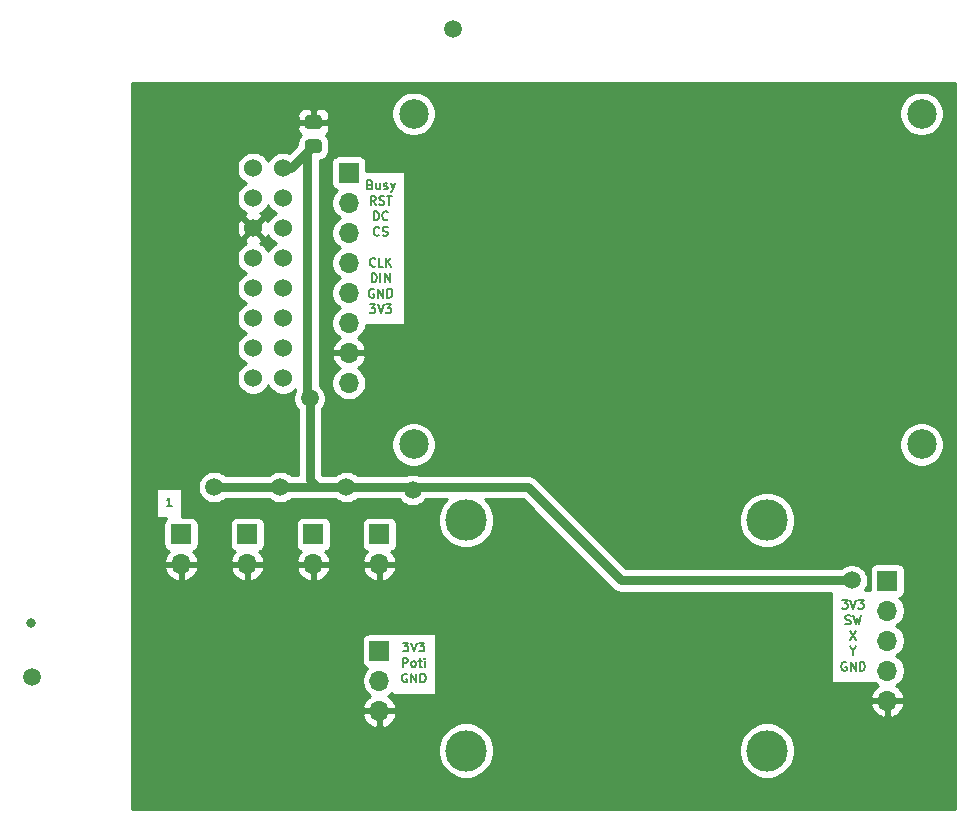
<source format=gtl>
G04 #@! TF.GenerationSoftware,KiCad,Pcbnew,(5.1.5)-3*
G04 #@! TF.CreationDate,2020-03-10T17:23:55+01:00*
G04 #@! TF.ProjectId,User_Interface_Board,55736572-5f49-46e7-9465-72666163655f,rev?*
G04 #@! TF.SameCoordinates,Original*
G04 #@! TF.FileFunction,Copper,L1,Top*
G04 #@! TF.FilePolarity,Positive*
%FSLAX46Y46*%
G04 Gerber Fmt 4.6, Leading zero omitted, Abs format (unit mm)*
G04 Created by KiCad (PCBNEW (5.1.5)-3) date 2020-03-10 17:23:55*
%MOMM*%
%LPD*%
G04 APERTURE LIST*
%ADD10C,0.187500*%
%ADD11C,0.100000*%
%ADD12C,1.524000*%
%ADD13R,1.700000X1.700000*%
%ADD14O,1.700000X1.700000*%
%ADD15C,3.500000*%
%ADD16C,2.500000*%
%ADD17C,1.500000*%
%ADD18C,0.800000*%
%ADD19C,0.600000*%
%ADD20C,0.800000*%
%ADD21C,0.254000*%
G04 APERTURE END LIST*
D10*
X132014285Y-98739285D02*
X131585714Y-98739285D01*
X131800000Y-98739285D02*
X131800000Y-97989285D01*
X131728571Y-98096428D01*
X131657142Y-98167857D01*
X131585714Y-98203571D01*
X148825000Y-71496428D02*
X148932142Y-71532142D01*
X148967857Y-71567857D01*
X149003571Y-71639285D01*
X149003571Y-71746428D01*
X148967857Y-71817857D01*
X148932142Y-71853571D01*
X148860714Y-71889285D01*
X148575000Y-71889285D01*
X148575000Y-71139285D01*
X148825000Y-71139285D01*
X148896428Y-71175000D01*
X148932142Y-71210714D01*
X148967857Y-71282142D01*
X148967857Y-71353571D01*
X148932142Y-71425000D01*
X148896428Y-71460714D01*
X148825000Y-71496428D01*
X148575000Y-71496428D01*
X149646428Y-71389285D02*
X149646428Y-71889285D01*
X149325000Y-71389285D02*
X149325000Y-71782142D01*
X149360714Y-71853571D01*
X149432142Y-71889285D01*
X149539285Y-71889285D01*
X149610714Y-71853571D01*
X149646428Y-71817857D01*
X149967857Y-71853571D02*
X150039285Y-71889285D01*
X150182142Y-71889285D01*
X150253571Y-71853571D01*
X150289285Y-71782142D01*
X150289285Y-71746428D01*
X150253571Y-71675000D01*
X150182142Y-71639285D01*
X150075000Y-71639285D01*
X150003571Y-71603571D01*
X149967857Y-71532142D01*
X149967857Y-71496428D01*
X150003571Y-71425000D01*
X150075000Y-71389285D01*
X150182142Y-71389285D01*
X150253571Y-71425000D01*
X150539285Y-71389285D02*
X150717857Y-71889285D01*
X150896428Y-71389285D02*
X150717857Y-71889285D01*
X150646428Y-72067857D01*
X150610714Y-72103571D01*
X150539285Y-72139285D01*
X149289285Y-73201785D02*
X149039285Y-72844642D01*
X148860714Y-73201785D02*
X148860714Y-72451785D01*
X149146428Y-72451785D01*
X149217857Y-72487500D01*
X149253571Y-72523214D01*
X149289285Y-72594642D01*
X149289285Y-72701785D01*
X149253571Y-72773214D01*
X149217857Y-72808928D01*
X149146428Y-72844642D01*
X148860714Y-72844642D01*
X149575000Y-73166071D02*
X149682142Y-73201785D01*
X149860714Y-73201785D01*
X149932142Y-73166071D01*
X149967857Y-73130357D01*
X150003571Y-73058928D01*
X150003571Y-72987500D01*
X149967857Y-72916071D01*
X149932142Y-72880357D01*
X149860714Y-72844642D01*
X149717857Y-72808928D01*
X149646428Y-72773214D01*
X149610714Y-72737500D01*
X149575000Y-72666071D01*
X149575000Y-72594642D01*
X149610714Y-72523214D01*
X149646428Y-72487500D01*
X149717857Y-72451785D01*
X149896428Y-72451785D01*
X150003571Y-72487500D01*
X150217857Y-72451785D02*
X150646428Y-72451785D01*
X150432142Y-73201785D02*
X150432142Y-72451785D01*
X149128571Y-74514285D02*
X149128571Y-73764285D01*
X149307142Y-73764285D01*
X149414285Y-73800000D01*
X149485714Y-73871428D01*
X149521428Y-73942857D01*
X149557142Y-74085714D01*
X149557142Y-74192857D01*
X149521428Y-74335714D01*
X149485714Y-74407142D01*
X149414285Y-74478571D01*
X149307142Y-74514285D01*
X149128571Y-74514285D01*
X150307142Y-74442857D02*
X150271428Y-74478571D01*
X150164285Y-74514285D01*
X150092857Y-74514285D01*
X149985714Y-74478571D01*
X149914285Y-74407142D01*
X149878571Y-74335714D01*
X149842857Y-74192857D01*
X149842857Y-74085714D01*
X149878571Y-73942857D01*
X149914285Y-73871428D01*
X149985714Y-73800000D01*
X150092857Y-73764285D01*
X150164285Y-73764285D01*
X150271428Y-73800000D01*
X150307142Y-73835714D01*
X149575000Y-75755357D02*
X149539285Y-75791071D01*
X149432142Y-75826785D01*
X149360714Y-75826785D01*
X149253571Y-75791071D01*
X149182142Y-75719642D01*
X149146428Y-75648214D01*
X149110714Y-75505357D01*
X149110714Y-75398214D01*
X149146428Y-75255357D01*
X149182142Y-75183928D01*
X149253571Y-75112500D01*
X149360714Y-75076785D01*
X149432142Y-75076785D01*
X149539285Y-75112500D01*
X149575000Y-75148214D01*
X149860714Y-75791071D02*
X149967857Y-75826785D01*
X150146428Y-75826785D01*
X150217857Y-75791071D01*
X150253571Y-75755357D01*
X150289285Y-75683928D01*
X150289285Y-75612500D01*
X150253571Y-75541071D01*
X150217857Y-75505357D01*
X150146428Y-75469642D01*
X150003571Y-75433928D01*
X149932142Y-75398214D01*
X149896428Y-75362500D01*
X149860714Y-75291071D01*
X149860714Y-75219642D01*
X149896428Y-75148214D01*
X149932142Y-75112500D01*
X150003571Y-75076785D01*
X150182142Y-75076785D01*
X150289285Y-75112500D01*
X149253571Y-78380357D02*
X149217857Y-78416071D01*
X149110714Y-78451785D01*
X149039285Y-78451785D01*
X148932142Y-78416071D01*
X148860714Y-78344642D01*
X148825000Y-78273214D01*
X148789285Y-78130357D01*
X148789285Y-78023214D01*
X148825000Y-77880357D01*
X148860714Y-77808928D01*
X148932142Y-77737500D01*
X149039285Y-77701785D01*
X149110714Y-77701785D01*
X149217857Y-77737500D01*
X149253571Y-77773214D01*
X149932142Y-78451785D02*
X149575000Y-78451785D01*
X149575000Y-77701785D01*
X150182142Y-78451785D02*
X150182142Y-77701785D01*
X150610714Y-78451785D02*
X150289285Y-78023214D01*
X150610714Y-77701785D02*
X150182142Y-78130357D01*
X148932142Y-79764285D02*
X148932142Y-79014285D01*
X149110714Y-79014285D01*
X149217857Y-79050000D01*
X149289285Y-79121428D01*
X149325000Y-79192857D01*
X149360714Y-79335714D01*
X149360714Y-79442857D01*
X149325000Y-79585714D01*
X149289285Y-79657142D01*
X149217857Y-79728571D01*
X149110714Y-79764285D01*
X148932142Y-79764285D01*
X149682142Y-79764285D02*
X149682142Y-79014285D01*
X150039285Y-79764285D02*
X150039285Y-79014285D01*
X150467857Y-79764285D01*
X150467857Y-79014285D01*
X149128571Y-80362500D02*
X149057142Y-80326785D01*
X148950000Y-80326785D01*
X148842857Y-80362500D01*
X148771428Y-80433928D01*
X148735714Y-80505357D01*
X148700000Y-80648214D01*
X148700000Y-80755357D01*
X148735714Y-80898214D01*
X148771428Y-80969642D01*
X148842857Y-81041071D01*
X148950000Y-81076785D01*
X149021428Y-81076785D01*
X149128571Y-81041071D01*
X149164285Y-81005357D01*
X149164285Y-80755357D01*
X149021428Y-80755357D01*
X149485714Y-81076785D02*
X149485714Y-80326785D01*
X149914285Y-81076785D01*
X149914285Y-80326785D01*
X150271428Y-81076785D02*
X150271428Y-80326785D01*
X150450000Y-80326785D01*
X150557142Y-80362500D01*
X150628571Y-80433928D01*
X150664285Y-80505357D01*
X150700000Y-80648214D01*
X150700000Y-80755357D01*
X150664285Y-80898214D01*
X150628571Y-80969642D01*
X150557142Y-81041071D01*
X150450000Y-81076785D01*
X150271428Y-81076785D01*
X148771428Y-81639285D02*
X149235714Y-81639285D01*
X148985714Y-81925000D01*
X149092857Y-81925000D01*
X149164285Y-81960714D01*
X149200000Y-81996428D01*
X149235714Y-82067857D01*
X149235714Y-82246428D01*
X149200000Y-82317857D01*
X149164285Y-82353571D01*
X149092857Y-82389285D01*
X148878571Y-82389285D01*
X148807142Y-82353571D01*
X148771428Y-82317857D01*
X149450000Y-81639285D02*
X149700000Y-82389285D01*
X149950000Y-81639285D01*
X150128571Y-81639285D02*
X150592857Y-81639285D01*
X150342857Y-81925000D01*
X150450000Y-81925000D01*
X150521428Y-81960714D01*
X150557142Y-81996428D01*
X150592857Y-82067857D01*
X150592857Y-82246428D01*
X150557142Y-82317857D01*
X150521428Y-82353571D01*
X150450000Y-82389285D01*
X150235714Y-82389285D01*
X150164285Y-82353571D01*
X150128571Y-82317857D01*
X151571428Y-110276785D02*
X152035714Y-110276785D01*
X151785714Y-110562500D01*
X151892857Y-110562500D01*
X151964285Y-110598214D01*
X152000000Y-110633928D01*
X152035714Y-110705357D01*
X152035714Y-110883928D01*
X152000000Y-110955357D01*
X151964285Y-110991071D01*
X151892857Y-111026785D01*
X151678571Y-111026785D01*
X151607142Y-110991071D01*
X151571428Y-110955357D01*
X152250000Y-110276785D02*
X152500000Y-111026785D01*
X152750000Y-110276785D01*
X152928571Y-110276785D02*
X153392857Y-110276785D01*
X153142857Y-110562500D01*
X153250000Y-110562500D01*
X153321428Y-110598214D01*
X153357142Y-110633928D01*
X153392857Y-110705357D01*
X153392857Y-110883928D01*
X153357142Y-110955357D01*
X153321428Y-110991071D01*
X153250000Y-111026785D01*
X153035714Y-111026785D01*
X152964285Y-110991071D01*
X152928571Y-110955357D01*
X151571428Y-112339285D02*
X151571428Y-111589285D01*
X151857142Y-111589285D01*
X151928571Y-111625000D01*
X151964285Y-111660714D01*
X152000000Y-111732142D01*
X152000000Y-111839285D01*
X151964285Y-111910714D01*
X151928571Y-111946428D01*
X151857142Y-111982142D01*
X151571428Y-111982142D01*
X152428571Y-112339285D02*
X152357142Y-112303571D01*
X152321428Y-112267857D01*
X152285714Y-112196428D01*
X152285714Y-111982142D01*
X152321428Y-111910714D01*
X152357142Y-111875000D01*
X152428571Y-111839285D01*
X152535714Y-111839285D01*
X152607142Y-111875000D01*
X152642857Y-111910714D01*
X152678571Y-111982142D01*
X152678571Y-112196428D01*
X152642857Y-112267857D01*
X152607142Y-112303571D01*
X152535714Y-112339285D01*
X152428571Y-112339285D01*
X152892857Y-111839285D02*
X153178571Y-111839285D01*
X153000000Y-111589285D02*
X153000000Y-112232142D01*
X153035714Y-112303571D01*
X153107142Y-112339285D01*
X153178571Y-112339285D01*
X153428571Y-112339285D02*
X153428571Y-111839285D01*
X153428571Y-111589285D02*
X153392857Y-111625000D01*
X153428571Y-111660714D01*
X153464285Y-111625000D01*
X153428571Y-111589285D01*
X153428571Y-111660714D01*
X151928571Y-112937500D02*
X151857142Y-112901785D01*
X151750000Y-112901785D01*
X151642857Y-112937500D01*
X151571428Y-113008928D01*
X151535714Y-113080357D01*
X151500000Y-113223214D01*
X151500000Y-113330357D01*
X151535714Y-113473214D01*
X151571428Y-113544642D01*
X151642857Y-113616071D01*
X151750000Y-113651785D01*
X151821428Y-113651785D01*
X151928571Y-113616071D01*
X151964285Y-113580357D01*
X151964285Y-113330357D01*
X151821428Y-113330357D01*
X152285714Y-113651785D02*
X152285714Y-112901785D01*
X152714285Y-113651785D01*
X152714285Y-112901785D01*
X153071428Y-113651785D02*
X153071428Y-112901785D01*
X153250000Y-112901785D01*
X153357142Y-112937500D01*
X153428571Y-113008928D01*
X153464285Y-113080357D01*
X153500000Y-113223214D01*
X153500000Y-113330357D01*
X153464285Y-113473214D01*
X153428571Y-113544642D01*
X153357142Y-113616071D01*
X153250000Y-113651785D01*
X153071428Y-113651785D01*
X188771428Y-106664285D02*
X189235714Y-106664285D01*
X188985714Y-106950000D01*
X189092857Y-106950000D01*
X189164285Y-106985714D01*
X189200000Y-107021428D01*
X189235714Y-107092857D01*
X189235714Y-107271428D01*
X189200000Y-107342857D01*
X189164285Y-107378571D01*
X189092857Y-107414285D01*
X188878571Y-107414285D01*
X188807142Y-107378571D01*
X188771428Y-107342857D01*
X189450000Y-106664285D02*
X189700000Y-107414285D01*
X189950000Y-106664285D01*
X190128571Y-106664285D02*
X190592857Y-106664285D01*
X190342857Y-106950000D01*
X190450000Y-106950000D01*
X190521428Y-106985714D01*
X190557142Y-107021428D01*
X190592857Y-107092857D01*
X190592857Y-107271428D01*
X190557142Y-107342857D01*
X190521428Y-107378571D01*
X190450000Y-107414285D01*
X190235714Y-107414285D01*
X190164285Y-107378571D01*
X190128571Y-107342857D01*
X189057142Y-108691071D02*
X189164285Y-108726785D01*
X189342857Y-108726785D01*
X189414285Y-108691071D01*
X189450000Y-108655357D01*
X189485714Y-108583928D01*
X189485714Y-108512500D01*
X189450000Y-108441071D01*
X189414285Y-108405357D01*
X189342857Y-108369642D01*
X189200000Y-108333928D01*
X189128571Y-108298214D01*
X189092857Y-108262500D01*
X189057142Y-108191071D01*
X189057142Y-108119642D01*
X189092857Y-108048214D01*
X189128571Y-108012500D01*
X189200000Y-107976785D01*
X189378571Y-107976785D01*
X189485714Y-108012500D01*
X189735714Y-107976785D02*
X189914285Y-108726785D01*
X190057142Y-108191071D01*
X190200000Y-108726785D01*
X190378571Y-107976785D01*
X189450000Y-109289285D02*
X189950000Y-110039285D01*
X189950000Y-109289285D02*
X189450000Y-110039285D01*
X189700000Y-110994642D02*
X189700000Y-111351785D01*
X189450000Y-110601785D02*
X189700000Y-110994642D01*
X189950000Y-110601785D01*
X189128571Y-111950000D02*
X189057142Y-111914285D01*
X188950000Y-111914285D01*
X188842857Y-111950000D01*
X188771428Y-112021428D01*
X188735714Y-112092857D01*
X188700000Y-112235714D01*
X188700000Y-112342857D01*
X188735714Y-112485714D01*
X188771428Y-112557142D01*
X188842857Y-112628571D01*
X188950000Y-112664285D01*
X189021428Y-112664285D01*
X189128571Y-112628571D01*
X189164285Y-112592857D01*
X189164285Y-112342857D01*
X189021428Y-112342857D01*
X189485714Y-112664285D02*
X189485714Y-111914285D01*
X189914285Y-112664285D01*
X189914285Y-111914285D01*
X190271428Y-112664285D02*
X190271428Y-111914285D01*
X190450000Y-111914285D01*
X190557142Y-111950000D01*
X190628571Y-112021428D01*
X190664285Y-112092857D01*
X190700000Y-112235714D01*
X190700000Y-112342857D01*
X190664285Y-112485714D01*
X190628571Y-112557142D01*
X190557142Y-112628571D01*
X190450000Y-112664285D01*
X190271428Y-112664285D01*
G04 #@! TA.AperFunction,SMDPad,CuDef*
D11*
G36*
X144474910Y-65626202D02*
G01*
X144499135Y-65629795D01*
X144522891Y-65635746D01*
X144545949Y-65643996D01*
X144568087Y-65654467D01*
X144589093Y-65667057D01*
X144608763Y-65681645D01*
X144626908Y-65698092D01*
X144643355Y-65716237D01*
X144657943Y-65735907D01*
X144670533Y-65756913D01*
X144681004Y-65779051D01*
X144689254Y-65802109D01*
X144695205Y-65825865D01*
X144698798Y-65850090D01*
X144700000Y-65874550D01*
X144700000Y-66525450D01*
X144698798Y-66549910D01*
X144695205Y-66574135D01*
X144689254Y-66597891D01*
X144681004Y-66620949D01*
X144670533Y-66643087D01*
X144657943Y-66664093D01*
X144643355Y-66683763D01*
X144626908Y-66701908D01*
X144608763Y-66718355D01*
X144589093Y-66732943D01*
X144568087Y-66745533D01*
X144545949Y-66756004D01*
X144522891Y-66764254D01*
X144499135Y-66770205D01*
X144474910Y-66773798D01*
X144450450Y-66775000D01*
X143549550Y-66775000D01*
X143525090Y-66773798D01*
X143500865Y-66770205D01*
X143477109Y-66764254D01*
X143454051Y-66756004D01*
X143431913Y-66745533D01*
X143410907Y-66732943D01*
X143391237Y-66718355D01*
X143373092Y-66701908D01*
X143356645Y-66683763D01*
X143342057Y-66664093D01*
X143329467Y-66643087D01*
X143318996Y-66620949D01*
X143310746Y-66597891D01*
X143304795Y-66574135D01*
X143301202Y-66549910D01*
X143300000Y-66525450D01*
X143300000Y-65874550D01*
X143301202Y-65850090D01*
X143304795Y-65825865D01*
X143310746Y-65802109D01*
X143318996Y-65779051D01*
X143329467Y-65756913D01*
X143342057Y-65735907D01*
X143356645Y-65716237D01*
X143373092Y-65698092D01*
X143391237Y-65681645D01*
X143410907Y-65667057D01*
X143431913Y-65654467D01*
X143454051Y-65643996D01*
X143477109Y-65635746D01*
X143500865Y-65629795D01*
X143525090Y-65626202D01*
X143549550Y-65625000D01*
X144450450Y-65625000D01*
X144474910Y-65626202D01*
G37*
G04 #@! TD.AperFunction*
G04 #@! TA.AperFunction,SMDPad,CuDef*
G36*
X144474505Y-67676204D02*
G01*
X144498773Y-67679804D01*
X144522572Y-67685765D01*
X144545671Y-67694030D01*
X144567850Y-67704520D01*
X144588893Y-67717132D01*
X144608599Y-67731747D01*
X144626777Y-67748223D01*
X144643253Y-67766401D01*
X144657868Y-67786107D01*
X144670480Y-67807150D01*
X144680970Y-67829329D01*
X144689235Y-67852428D01*
X144695196Y-67876227D01*
X144698796Y-67900495D01*
X144700000Y-67924999D01*
X144700000Y-68575001D01*
X144698796Y-68599505D01*
X144695196Y-68623773D01*
X144689235Y-68647572D01*
X144680970Y-68670671D01*
X144670480Y-68692850D01*
X144657868Y-68713893D01*
X144643253Y-68733599D01*
X144626777Y-68751777D01*
X144608599Y-68768253D01*
X144588893Y-68782868D01*
X144567850Y-68795480D01*
X144545671Y-68805970D01*
X144522572Y-68814235D01*
X144498773Y-68820196D01*
X144474505Y-68823796D01*
X144450001Y-68825000D01*
X143549999Y-68825000D01*
X143525495Y-68823796D01*
X143501227Y-68820196D01*
X143477428Y-68814235D01*
X143454329Y-68805970D01*
X143432150Y-68795480D01*
X143411107Y-68782868D01*
X143391401Y-68768253D01*
X143373223Y-68751777D01*
X143356747Y-68733599D01*
X143342132Y-68713893D01*
X143329520Y-68692850D01*
X143319030Y-68670671D01*
X143310765Y-68647572D01*
X143304804Y-68623773D01*
X143301204Y-68599505D01*
X143300000Y-68575001D01*
X143300000Y-67924999D01*
X143301204Y-67900495D01*
X143304804Y-67876227D01*
X143310765Y-67852428D01*
X143319030Y-67829329D01*
X143329520Y-67807150D01*
X143342132Y-67786107D01*
X143356747Y-67766401D01*
X143373223Y-67748223D01*
X143391401Y-67731747D01*
X143411107Y-67717132D01*
X143432150Y-67704520D01*
X143454329Y-67694030D01*
X143477428Y-67685765D01*
X143501227Y-67679804D01*
X143525495Y-67676204D01*
X143549999Y-67675000D01*
X144450001Y-67675000D01*
X144474505Y-67676204D01*
G37*
G04 #@! TD.AperFunction*
D12*
X138900000Y-87890000D03*
X138900000Y-85350000D03*
X138900000Y-82810000D03*
X138900000Y-80270000D03*
X138900000Y-77730000D03*
X138900000Y-75190000D03*
X138900000Y-72650000D03*
X138900000Y-70110000D03*
X141440000Y-87890000D03*
X141440000Y-85350000D03*
X141440000Y-82810000D03*
X141440000Y-80270000D03*
X141440000Y-77730000D03*
X141440000Y-75190000D03*
X141440000Y-72650000D03*
X141440000Y-70110000D03*
D13*
X132800000Y-101100000D03*
D14*
X132800000Y-103640000D03*
X149600000Y-116040000D03*
X149600000Y-113500000D03*
D13*
X149600000Y-110960000D03*
D14*
X147000000Y-88280000D03*
X147000000Y-85740000D03*
X147000000Y-83200000D03*
X147000000Y-80660000D03*
X147000000Y-78120000D03*
X147000000Y-75580000D03*
X147000000Y-73040000D03*
D13*
X147000000Y-70500000D03*
D14*
X192600000Y-115180000D03*
X192600000Y-112640000D03*
X192600000Y-110100000D03*
X192600000Y-107560000D03*
D13*
X192600000Y-105020000D03*
D14*
X138400000Y-103640000D03*
D13*
X138400000Y-101100000D03*
X144000000Y-101100000D03*
D14*
X144000000Y-103640000D03*
X149600000Y-103640000D03*
D13*
X149600000Y-101100000D03*
D15*
X182420000Y-99910000D03*
X182420000Y-119410000D03*
X156920000Y-119410000D03*
X156920000Y-99910000D03*
D16*
X152500000Y-65500000D03*
X195500000Y-65500000D03*
X195500000Y-93500000D03*
X152500000Y-93500000D03*
D17*
X135600000Y-97100000D03*
X120200000Y-113200000D03*
X155800000Y-58300000D03*
X189600000Y-105000000D03*
X141200000Y-107600000D03*
X141200000Y-97100000D03*
X146800000Y-97100000D03*
D18*
X120100000Y-108600000D03*
D17*
X140400000Y-90700000D03*
X149100000Y-90700000D03*
X144000000Y-63900000D03*
X152400000Y-97350010D03*
X143699999Y-89600000D03*
D19*
X147000000Y-83430000D02*
X147000000Y-83200000D01*
X147000000Y-80890000D02*
X147000000Y-80660000D01*
X147000000Y-78350000D02*
X147000000Y-78120000D01*
X147000000Y-75810000D02*
X147000000Y-75580000D01*
X147000000Y-73270000D02*
X147000000Y-73040000D01*
X147000000Y-70500000D02*
X147000000Y-70730000D01*
D20*
X135600000Y-97100000D02*
X141200000Y-97100000D01*
D19*
X144200000Y-97000000D02*
X144300000Y-97100000D01*
D20*
X141200000Y-97100000D02*
X144300000Y-97100000D01*
X144300000Y-97100000D02*
X146800000Y-97100000D01*
X152149990Y-97100000D02*
X152400000Y-97350010D01*
X146800000Y-97100000D02*
X152149990Y-97100000D01*
X188539340Y-105000000D02*
X189600000Y-105000000D01*
X170041390Y-105000000D02*
X188539340Y-105000000D01*
X162141390Y-97100000D02*
X170041390Y-105000000D01*
X152400000Y-97350010D02*
X152650010Y-97100000D01*
X152650010Y-97100000D02*
X162141390Y-97100000D01*
X142140000Y-70110000D02*
X144000000Y-68250000D01*
X141440000Y-70110000D02*
X142140000Y-70110000D01*
X144200000Y-97000000D02*
X143699999Y-96499999D01*
X143699999Y-90660660D02*
X143699999Y-89600000D01*
X143699999Y-96499999D02*
X143699999Y-90660660D01*
X143500000Y-89400001D02*
X143699999Y-89600000D01*
X144000000Y-68250000D02*
X143500000Y-68750000D01*
X143500000Y-68750000D02*
X143500000Y-89400001D01*
D19*
X138900000Y-80270000D02*
X138900000Y-80500000D01*
D21*
G36*
X198340000Y-124340000D02*
G01*
X128660000Y-124340000D01*
X128660000Y-119175098D01*
X154535000Y-119175098D01*
X154535000Y-119644902D01*
X154626654Y-120105679D01*
X154806440Y-120539721D01*
X155067450Y-120930349D01*
X155399651Y-121262550D01*
X155790279Y-121523560D01*
X156224321Y-121703346D01*
X156685098Y-121795000D01*
X157154902Y-121795000D01*
X157615679Y-121703346D01*
X158049721Y-121523560D01*
X158440349Y-121262550D01*
X158772550Y-120930349D01*
X159033560Y-120539721D01*
X159213346Y-120105679D01*
X159305000Y-119644902D01*
X159305000Y-119175098D01*
X180035000Y-119175098D01*
X180035000Y-119644902D01*
X180126654Y-120105679D01*
X180306440Y-120539721D01*
X180567450Y-120930349D01*
X180899651Y-121262550D01*
X181290279Y-121523560D01*
X181724321Y-121703346D01*
X182185098Y-121795000D01*
X182654902Y-121795000D01*
X183115679Y-121703346D01*
X183549721Y-121523560D01*
X183940349Y-121262550D01*
X184272550Y-120930349D01*
X184533560Y-120539721D01*
X184713346Y-120105679D01*
X184805000Y-119644902D01*
X184805000Y-119175098D01*
X184713346Y-118714321D01*
X184533560Y-118280279D01*
X184272550Y-117889651D01*
X183940349Y-117557450D01*
X183549721Y-117296440D01*
X183115679Y-117116654D01*
X182654902Y-117025000D01*
X182185098Y-117025000D01*
X181724321Y-117116654D01*
X181290279Y-117296440D01*
X180899651Y-117557450D01*
X180567450Y-117889651D01*
X180306440Y-118280279D01*
X180126654Y-118714321D01*
X180035000Y-119175098D01*
X159305000Y-119175098D01*
X159213346Y-118714321D01*
X159033560Y-118280279D01*
X158772550Y-117889651D01*
X158440349Y-117557450D01*
X158049721Y-117296440D01*
X157615679Y-117116654D01*
X157154902Y-117025000D01*
X156685098Y-117025000D01*
X156224321Y-117116654D01*
X155790279Y-117296440D01*
X155399651Y-117557450D01*
X155067450Y-117889651D01*
X154806440Y-118280279D01*
X154626654Y-118714321D01*
X154535000Y-119175098D01*
X128660000Y-119175098D01*
X128660000Y-116396890D01*
X148158524Y-116396890D01*
X148203175Y-116544099D01*
X148328359Y-116806920D01*
X148502412Y-117040269D01*
X148718645Y-117235178D01*
X148968748Y-117384157D01*
X149243109Y-117481481D01*
X149473000Y-117360814D01*
X149473000Y-116167000D01*
X149727000Y-116167000D01*
X149727000Y-117360814D01*
X149956891Y-117481481D01*
X150231252Y-117384157D01*
X150481355Y-117235178D01*
X150697588Y-117040269D01*
X150871641Y-116806920D01*
X150996825Y-116544099D01*
X151041476Y-116396890D01*
X150920155Y-116167000D01*
X149727000Y-116167000D01*
X149473000Y-116167000D01*
X148279845Y-116167000D01*
X148158524Y-116396890D01*
X128660000Y-116396890D01*
X128660000Y-110110000D01*
X148111928Y-110110000D01*
X148111928Y-111810000D01*
X148124188Y-111934482D01*
X148160498Y-112054180D01*
X148219463Y-112164494D01*
X148298815Y-112261185D01*
X148395506Y-112340537D01*
X148505820Y-112399502D01*
X148578380Y-112421513D01*
X148446525Y-112553368D01*
X148284010Y-112796589D01*
X148172068Y-113066842D01*
X148115000Y-113353740D01*
X148115000Y-113646260D01*
X148172068Y-113933158D01*
X148284010Y-114203411D01*
X148446525Y-114446632D01*
X148653368Y-114653475D01*
X148835534Y-114775195D01*
X148718645Y-114844822D01*
X148502412Y-115039731D01*
X148328359Y-115273080D01*
X148203175Y-115535901D01*
X148158524Y-115683110D01*
X148279845Y-115913000D01*
X149473000Y-115913000D01*
X149473000Y-115893000D01*
X149727000Y-115893000D01*
X149727000Y-115913000D01*
X150920155Y-115913000D01*
X151041476Y-115683110D01*
X150997125Y-115536890D01*
X191158524Y-115536890D01*
X191203175Y-115684099D01*
X191328359Y-115946920D01*
X191502412Y-116180269D01*
X191718645Y-116375178D01*
X191968748Y-116524157D01*
X192243109Y-116621481D01*
X192473000Y-116500814D01*
X192473000Y-115307000D01*
X192727000Y-115307000D01*
X192727000Y-116500814D01*
X192956891Y-116621481D01*
X193231252Y-116524157D01*
X193481355Y-116375178D01*
X193697588Y-116180269D01*
X193871641Y-115946920D01*
X193996825Y-115684099D01*
X194041476Y-115536890D01*
X193920155Y-115307000D01*
X192727000Y-115307000D01*
X192473000Y-115307000D01*
X191279845Y-115307000D01*
X191158524Y-115536890D01*
X150997125Y-115536890D01*
X150996825Y-115535901D01*
X150871641Y-115273080D01*
X150697588Y-115039731D01*
X150481355Y-114844822D01*
X150364466Y-114775195D01*
X150546632Y-114653475D01*
X150628393Y-114571714D01*
X150628393Y-114673125D01*
X154371607Y-114673125D01*
X154371607Y-109465625D01*
X150628393Y-109465625D01*
X150628393Y-109500542D01*
X150574482Y-109484188D01*
X150450000Y-109471928D01*
X148750000Y-109471928D01*
X148625518Y-109484188D01*
X148505820Y-109520498D01*
X148395506Y-109579463D01*
X148298815Y-109658815D01*
X148219463Y-109755506D01*
X148160498Y-109865820D01*
X148124188Y-109985518D01*
X148111928Y-110110000D01*
X128660000Y-110110000D01*
X128660000Y-103996890D01*
X131358524Y-103996890D01*
X131403175Y-104144099D01*
X131528359Y-104406920D01*
X131702412Y-104640269D01*
X131918645Y-104835178D01*
X132168748Y-104984157D01*
X132443109Y-105081481D01*
X132673000Y-104960814D01*
X132673000Y-103767000D01*
X132927000Y-103767000D01*
X132927000Y-104960814D01*
X133156891Y-105081481D01*
X133431252Y-104984157D01*
X133681355Y-104835178D01*
X133897588Y-104640269D01*
X134071641Y-104406920D01*
X134196825Y-104144099D01*
X134241476Y-103996890D01*
X136958524Y-103996890D01*
X137003175Y-104144099D01*
X137128359Y-104406920D01*
X137302412Y-104640269D01*
X137518645Y-104835178D01*
X137768748Y-104984157D01*
X138043109Y-105081481D01*
X138273000Y-104960814D01*
X138273000Y-103767000D01*
X138527000Y-103767000D01*
X138527000Y-104960814D01*
X138756891Y-105081481D01*
X139031252Y-104984157D01*
X139281355Y-104835178D01*
X139497588Y-104640269D01*
X139671641Y-104406920D01*
X139796825Y-104144099D01*
X139841476Y-103996890D01*
X142558524Y-103996890D01*
X142603175Y-104144099D01*
X142728359Y-104406920D01*
X142902412Y-104640269D01*
X143118645Y-104835178D01*
X143368748Y-104984157D01*
X143643109Y-105081481D01*
X143873000Y-104960814D01*
X143873000Y-103767000D01*
X144127000Y-103767000D01*
X144127000Y-104960814D01*
X144356891Y-105081481D01*
X144631252Y-104984157D01*
X144881355Y-104835178D01*
X145097588Y-104640269D01*
X145271641Y-104406920D01*
X145396825Y-104144099D01*
X145441476Y-103996890D01*
X148158524Y-103996890D01*
X148203175Y-104144099D01*
X148328359Y-104406920D01*
X148502412Y-104640269D01*
X148718645Y-104835178D01*
X148968748Y-104984157D01*
X149243109Y-105081481D01*
X149473000Y-104960814D01*
X149473000Y-103767000D01*
X149727000Y-103767000D01*
X149727000Y-104960814D01*
X149956891Y-105081481D01*
X150231252Y-104984157D01*
X150481355Y-104835178D01*
X150697588Y-104640269D01*
X150871641Y-104406920D01*
X150996825Y-104144099D01*
X151041476Y-103996890D01*
X150920155Y-103767000D01*
X149727000Y-103767000D01*
X149473000Y-103767000D01*
X148279845Y-103767000D01*
X148158524Y-103996890D01*
X145441476Y-103996890D01*
X145320155Y-103767000D01*
X144127000Y-103767000D01*
X143873000Y-103767000D01*
X142679845Y-103767000D01*
X142558524Y-103996890D01*
X139841476Y-103996890D01*
X139720155Y-103767000D01*
X138527000Y-103767000D01*
X138273000Y-103767000D01*
X137079845Y-103767000D01*
X136958524Y-103996890D01*
X134241476Y-103996890D01*
X134120155Y-103767000D01*
X132927000Y-103767000D01*
X132673000Y-103767000D01*
X131479845Y-103767000D01*
X131358524Y-103996890D01*
X128660000Y-103996890D01*
X128660000Y-97178125D01*
X130714107Y-97178125D01*
X130714107Y-99760625D01*
X131545350Y-99760625D01*
X131498815Y-99798815D01*
X131419463Y-99895506D01*
X131360498Y-100005820D01*
X131324188Y-100125518D01*
X131311928Y-100250000D01*
X131311928Y-101950000D01*
X131324188Y-102074482D01*
X131360498Y-102194180D01*
X131419463Y-102304494D01*
X131498815Y-102401185D01*
X131595506Y-102480537D01*
X131705820Y-102539502D01*
X131786466Y-102563966D01*
X131702412Y-102639731D01*
X131528359Y-102873080D01*
X131403175Y-103135901D01*
X131358524Y-103283110D01*
X131479845Y-103513000D01*
X132673000Y-103513000D01*
X132673000Y-103493000D01*
X132927000Y-103493000D01*
X132927000Y-103513000D01*
X134120155Y-103513000D01*
X134241476Y-103283110D01*
X134196825Y-103135901D01*
X134071641Y-102873080D01*
X133897588Y-102639731D01*
X133813534Y-102563966D01*
X133894180Y-102539502D01*
X134004494Y-102480537D01*
X134101185Y-102401185D01*
X134180537Y-102304494D01*
X134239502Y-102194180D01*
X134275812Y-102074482D01*
X134288072Y-101950000D01*
X134288072Y-100250000D01*
X136911928Y-100250000D01*
X136911928Y-101950000D01*
X136924188Y-102074482D01*
X136960498Y-102194180D01*
X137019463Y-102304494D01*
X137098815Y-102401185D01*
X137195506Y-102480537D01*
X137305820Y-102539502D01*
X137386466Y-102563966D01*
X137302412Y-102639731D01*
X137128359Y-102873080D01*
X137003175Y-103135901D01*
X136958524Y-103283110D01*
X137079845Y-103513000D01*
X138273000Y-103513000D01*
X138273000Y-103493000D01*
X138527000Y-103493000D01*
X138527000Y-103513000D01*
X139720155Y-103513000D01*
X139841476Y-103283110D01*
X139796825Y-103135901D01*
X139671641Y-102873080D01*
X139497588Y-102639731D01*
X139413534Y-102563966D01*
X139494180Y-102539502D01*
X139604494Y-102480537D01*
X139701185Y-102401185D01*
X139780537Y-102304494D01*
X139839502Y-102194180D01*
X139875812Y-102074482D01*
X139888072Y-101950000D01*
X139888072Y-100250000D01*
X142511928Y-100250000D01*
X142511928Y-101950000D01*
X142524188Y-102074482D01*
X142560498Y-102194180D01*
X142619463Y-102304494D01*
X142698815Y-102401185D01*
X142795506Y-102480537D01*
X142905820Y-102539502D01*
X142986466Y-102563966D01*
X142902412Y-102639731D01*
X142728359Y-102873080D01*
X142603175Y-103135901D01*
X142558524Y-103283110D01*
X142679845Y-103513000D01*
X143873000Y-103513000D01*
X143873000Y-103493000D01*
X144127000Y-103493000D01*
X144127000Y-103513000D01*
X145320155Y-103513000D01*
X145441476Y-103283110D01*
X145396825Y-103135901D01*
X145271641Y-102873080D01*
X145097588Y-102639731D01*
X145013534Y-102563966D01*
X145094180Y-102539502D01*
X145204494Y-102480537D01*
X145301185Y-102401185D01*
X145380537Y-102304494D01*
X145439502Y-102194180D01*
X145475812Y-102074482D01*
X145488072Y-101950000D01*
X145488072Y-100250000D01*
X148111928Y-100250000D01*
X148111928Y-101950000D01*
X148124188Y-102074482D01*
X148160498Y-102194180D01*
X148219463Y-102304494D01*
X148298815Y-102401185D01*
X148395506Y-102480537D01*
X148505820Y-102539502D01*
X148586466Y-102563966D01*
X148502412Y-102639731D01*
X148328359Y-102873080D01*
X148203175Y-103135901D01*
X148158524Y-103283110D01*
X148279845Y-103513000D01*
X149473000Y-103513000D01*
X149473000Y-103493000D01*
X149727000Y-103493000D01*
X149727000Y-103513000D01*
X150920155Y-103513000D01*
X151041476Y-103283110D01*
X150996825Y-103135901D01*
X150871641Y-102873080D01*
X150697588Y-102639731D01*
X150613534Y-102563966D01*
X150694180Y-102539502D01*
X150804494Y-102480537D01*
X150901185Y-102401185D01*
X150980537Y-102304494D01*
X151039502Y-102194180D01*
X151075812Y-102074482D01*
X151088072Y-101950000D01*
X151088072Y-100250000D01*
X151075812Y-100125518D01*
X151039502Y-100005820D01*
X150980537Y-99895506D01*
X150901185Y-99798815D01*
X150804494Y-99719463D01*
X150694180Y-99660498D01*
X150574482Y-99624188D01*
X150450000Y-99611928D01*
X148750000Y-99611928D01*
X148625518Y-99624188D01*
X148505820Y-99660498D01*
X148395506Y-99719463D01*
X148298815Y-99798815D01*
X148219463Y-99895506D01*
X148160498Y-100005820D01*
X148124188Y-100125518D01*
X148111928Y-100250000D01*
X145488072Y-100250000D01*
X145475812Y-100125518D01*
X145439502Y-100005820D01*
X145380537Y-99895506D01*
X145301185Y-99798815D01*
X145204494Y-99719463D01*
X145094180Y-99660498D01*
X144974482Y-99624188D01*
X144850000Y-99611928D01*
X143150000Y-99611928D01*
X143025518Y-99624188D01*
X142905820Y-99660498D01*
X142795506Y-99719463D01*
X142698815Y-99798815D01*
X142619463Y-99895506D01*
X142560498Y-100005820D01*
X142524188Y-100125518D01*
X142511928Y-100250000D01*
X139888072Y-100250000D01*
X139875812Y-100125518D01*
X139839502Y-100005820D01*
X139780537Y-99895506D01*
X139701185Y-99798815D01*
X139604494Y-99719463D01*
X139494180Y-99660498D01*
X139374482Y-99624188D01*
X139250000Y-99611928D01*
X137550000Y-99611928D01*
X137425518Y-99624188D01*
X137305820Y-99660498D01*
X137195506Y-99719463D01*
X137098815Y-99798815D01*
X137019463Y-99895506D01*
X136960498Y-100005820D01*
X136924188Y-100125518D01*
X136911928Y-100250000D01*
X134288072Y-100250000D01*
X134275812Y-100125518D01*
X134239502Y-100005820D01*
X134180537Y-99895506D01*
X134101185Y-99798815D01*
X134004494Y-99719463D01*
X133894180Y-99660498D01*
X133774482Y-99624188D01*
X133650000Y-99611928D01*
X132885893Y-99611928D01*
X132885893Y-97178125D01*
X130714107Y-97178125D01*
X128660000Y-97178125D01*
X128660000Y-96963589D01*
X134215000Y-96963589D01*
X134215000Y-97236411D01*
X134268225Y-97503989D01*
X134372629Y-97756043D01*
X134524201Y-97982886D01*
X134717114Y-98175799D01*
X134943957Y-98327371D01*
X135196011Y-98431775D01*
X135463589Y-98485000D01*
X135736411Y-98485000D01*
X136003989Y-98431775D01*
X136256043Y-98327371D01*
X136482886Y-98175799D01*
X136523685Y-98135000D01*
X140276315Y-98135000D01*
X140317114Y-98175799D01*
X140543957Y-98327371D01*
X140796011Y-98431775D01*
X141063589Y-98485000D01*
X141336411Y-98485000D01*
X141603989Y-98431775D01*
X141856043Y-98327371D01*
X142082886Y-98175799D01*
X142123685Y-98135000D01*
X145876315Y-98135000D01*
X145917114Y-98175799D01*
X146143957Y-98327371D01*
X146396011Y-98431775D01*
X146663589Y-98485000D01*
X146936411Y-98485000D01*
X147203989Y-98431775D01*
X147456043Y-98327371D01*
X147682886Y-98175799D01*
X147723685Y-98135000D01*
X151258789Y-98135000D01*
X151324201Y-98232896D01*
X151517114Y-98425809D01*
X151743957Y-98577381D01*
X151996011Y-98681785D01*
X152263589Y-98735010D01*
X152536411Y-98735010D01*
X152803989Y-98681785D01*
X153056043Y-98577381D01*
X153282886Y-98425809D01*
X153475799Y-98232896D01*
X153541211Y-98135000D01*
X155322101Y-98135000D01*
X155067450Y-98389651D01*
X154806440Y-98780279D01*
X154626654Y-99214321D01*
X154535000Y-99675098D01*
X154535000Y-100144902D01*
X154626654Y-100605679D01*
X154806440Y-101039721D01*
X155067450Y-101430349D01*
X155399651Y-101762550D01*
X155790279Y-102023560D01*
X156224321Y-102203346D01*
X156685098Y-102295000D01*
X157154902Y-102295000D01*
X157615679Y-102203346D01*
X158049721Y-102023560D01*
X158440349Y-101762550D01*
X158772550Y-101430349D01*
X159033560Y-101039721D01*
X159213346Y-100605679D01*
X159305000Y-100144902D01*
X159305000Y-99675098D01*
X159213346Y-99214321D01*
X159033560Y-98780279D01*
X158772550Y-98389651D01*
X158517899Y-98135000D01*
X161712680Y-98135000D01*
X169273587Y-105695908D01*
X169305994Y-105735396D01*
X169345482Y-105767803D01*
X169463592Y-105864734D01*
X169559699Y-105916104D01*
X169643397Y-105960841D01*
X169838495Y-106020024D01*
X169990552Y-106035000D01*
X169990561Y-106035000D01*
X170041389Y-106040006D01*
X170092217Y-106035000D01*
X187828393Y-106035000D01*
X187828393Y-113685625D01*
X191545518Y-113685625D01*
X191653368Y-113793475D01*
X191835534Y-113915195D01*
X191718645Y-113984822D01*
X191502412Y-114179731D01*
X191328359Y-114413080D01*
X191203175Y-114675901D01*
X191158524Y-114823110D01*
X191279845Y-115053000D01*
X192473000Y-115053000D01*
X192473000Y-115033000D01*
X192727000Y-115033000D01*
X192727000Y-115053000D01*
X193920155Y-115053000D01*
X194041476Y-114823110D01*
X193996825Y-114675901D01*
X193871641Y-114413080D01*
X193697588Y-114179731D01*
X193481355Y-113984822D01*
X193364466Y-113915195D01*
X193546632Y-113793475D01*
X193753475Y-113586632D01*
X193915990Y-113343411D01*
X194027932Y-113073158D01*
X194085000Y-112786260D01*
X194085000Y-112493740D01*
X194027932Y-112206842D01*
X193915990Y-111936589D01*
X193753475Y-111693368D01*
X193546632Y-111486525D01*
X193372240Y-111370000D01*
X193546632Y-111253475D01*
X193753475Y-111046632D01*
X193915990Y-110803411D01*
X194027932Y-110533158D01*
X194085000Y-110246260D01*
X194085000Y-109953740D01*
X194027932Y-109666842D01*
X193915990Y-109396589D01*
X193753475Y-109153368D01*
X193546632Y-108946525D01*
X193372240Y-108830000D01*
X193546632Y-108713475D01*
X193753475Y-108506632D01*
X193915990Y-108263411D01*
X194027932Y-107993158D01*
X194085000Y-107706260D01*
X194085000Y-107413740D01*
X194027932Y-107126842D01*
X193915990Y-106856589D01*
X193753475Y-106613368D01*
X193621620Y-106481513D01*
X193694180Y-106459502D01*
X193804494Y-106400537D01*
X193901185Y-106321185D01*
X193980537Y-106224494D01*
X194039502Y-106114180D01*
X194075812Y-105994482D01*
X194088072Y-105870000D01*
X194088072Y-104170000D01*
X194075812Y-104045518D01*
X194039502Y-103925820D01*
X193980537Y-103815506D01*
X193901185Y-103718815D01*
X193804494Y-103639463D01*
X193694180Y-103580498D01*
X193574482Y-103544188D01*
X193450000Y-103531928D01*
X191750000Y-103531928D01*
X191625518Y-103544188D01*
X191505820Y-103580498D01*
X191395506Y-103639463D01*
X191298815Y-103718815D01*
X191219463Y-103815506D01*
X191160498Y-103925820D01*
X191124188Y-104045518D01*
X191111928Y-104170000D01*
X191111928Y-105853125D01*
X190695685Y-105853125D01*
X190827371Y-105656043D01*
X190931775Y-105403989D01*
X190985000Y-105136411D01*
X190985000Y-104863589D01*
X190931775Y-104596011D01*
X190827371Y-104343957D01*
X190675799Y-104117114D01*
X190482886Y-103924201D01*
X190256043Y-103772629D01*
X190003989Y-103668225D01*
X189736411Y-103615000D01*
X189463589Y-103615000D01*
X189196011Y-103668225D01*
X188943957Y-103772629D01*
X188717114Y-103924201D01*
X188676315Y-103965000D01*
X170470101Y-103965000D01*
X166180199Y-99675098D01*
X180035000Y-99675098D01*
X180035000Y-100144902D01*
X180126654Y-100605679D01*
X180306440Y-101039721D01*
X180567450Y-101430349D01*
X180899651Y-101762550D01*
X181290279Y-102023560D01*
X181724321Y-102203346D01*
X182185098Y-102295000D01*
X182654902Y-102295000D01*
X183115679Y-102203346D01*
X183549721Y-102023560D01*
X183940349Y-101762550D01*
X184272550Y-101430349D01*
X184533560Y-101039721D01*
X184713346Y-100605679D01*
X184805000Y-100144902D01*
X184805000Y-99675098D01*
X184713346Y-99214321D01*
X184533560Y-98780279D01*
X184272550Y-98389651D01*
X183940349Y-98057450D01*
X183549721Y-97796440D01*
X183115679Y-97616654D01*
X182654902Y-97525000D01*
X182185098Y-97525000D01*
X181724321Y-97616654D01*
X181290279Y-97796440D01*
X180899651Y-98057450D01*
X180567450Y-98389651D01*
X180306440Y-98780279D01*
X180126654Y-99214321D01*
X180035000Y-99675098D01*
X166180199Y-99675098D01*
X162909197Y-96404097D01*
X162876786Y-96364604D01*
X162719187Y-96235266D01*
X162539383Y-96139159D01*
X162344285Y-96079976D01*
X162192228Y-96065000D01*
X162192218Y-96065000D01*
X162141390Y-96059994D01*
X162090562Y-96065000D01*
X152916890Y-96065000D01*
X152803989Y-96018235D01*
X152536411Y-95965010D01*
X152263589Y-95965010D01*
X151996011Y-96018235D01*
X151883110Y-96065000D01*
X147723685Y-96065000D01*
X147682886Y-96024201D01*
X147456043Y-95872629D01*
X147203989Y-95768225D01*
X146936411Y-95715000D01*
X146663589Y-95715000D01*
X146396011Y-95768225D01*
X146143957Y-95872629D01*
X145917114Y-96024201D01*
X145876315Y-96065000D01*
X144734999Y-96065000D01*
X144734999Y-93314344D01*
X150615000Y-93314344D01*
X150615000Y-93685656D01*
X150687439Y-94049834D01*
X150829534Y-94392882D01*
X151035825Y-94701618D01*
X151298382Y-94964175D01*
X151607118Y-95170466D01*
X151950166Y-95312561D01*
X152314344Y-95385000D01*
X152685656Y-95385000D01*
X153049834Y-95312561D01*
X153392882Y-95170466D01*
X153701618Y-94964175D01*
X153964175Y-94701618D01*
X154170466Y-94392882D01*
X154312561Y-94049834D01*
X154385000Y-93685656D01*
X154385000Y-93314344D01*
X193615000Y-93314344D01*
X193615000Y-93685656D01*
X193687439Y-94049834D01*
X193829534Y-94392882D01*
X194035825Y-94701618D01*
X194298382Y-94964175D01*
X194607118Y-95170466D01*
X194950166Y-95312561D01*
X195314344Y-95385000D01*
X195685656Y-95385000D01*
X196049834Y-95312561D01*
X196392882Y-95170466D01*
X196701618Y-94964175D01*
X196964175Y-94701618D01*
X197170466Y-94392882D01*
X197312561Y-94049834D01*
X197385000Y-93685656D01*
X197385000Y-93314344D01*
X197312561Y-92950166D01*
X197170466Y-92607118D01*
X196964175Y-92298382D01*
X196701618Y-92035825D01*
X196392882Y-91829534D01*
X196049834Y-91687439D01*
X195685656Y-91615000D01*
X195314344Y-91615000D01*
X194950166Y-91687439D01*
X194607118Y-91829534D01*
X194298382Y-92035825D01*
X194035825Y-92298382D01*
X193829534Y-92607118D01*
X193687439Y-92950166D01*
X193615000Y-93314344D01*
X154385000Y-93314344D01*
X154312561Y-92950166D01*
X154170466Y-92607118D01*
X153964175Y-92298382D01*
X153701618Y-92035825D01*
X153392882Y-91829534D01*
X153049834Y-91687439D01*
X152685656Y-91615000D01*
X152314344Y-91615000D01*
X151950166Y-91687439D01*
X151607118Y-91829534D01*
X151298382Y-92035825D01*
X151035825Y-92298382D01*
X150829534Y-92607118D01*
X150687439Y-92950166D01*
X150615000Y-93314344D01*
X144734999Y-93314344D01*
X144734999Y-90523685D01*
X144775798Y-90482886D01*
X144927370Y-90256043D01*
X145031774Y-90003989D01*
X145084999Y-89736411D01*
X145084999Y-89463589D01*
X145031774Y-89196011D01*
X144927370Y-88943957D01*
X144775798Y-88717114D01*
X144582885Y-88524201D01*
X144535000Y-88492205D01*
X144535000Y-88133740D01*
X145515000Y-88133740D01*
X145515000Y-88426260D01*
X145572068Y-88713158D01*
X145684010Y-88983411D01*
X145846525Y-89226632D01*
X146053368Y-89433475D01*
X146296589Y-89595990D01*
X146566842Y-89707932D01*
X146853740Y-89765000D01*
X147146260Y-89765000D01*
X147433158Y-89707932D01*
X147703411Y-89595990D01*
X147946632Y-89433475D01*
X148153475Y-89226632D01*
X148315990Y-88983411D01*
X148427932Y-88713158D01*
X148485000Y-88426260D01*
X148485000Y-88133740D01*
X148427932Y-87846842D01*
X148315990Y-87576589D01*
X148153475Y-87333368D01*
X147946632Y-87126525D01*
X147764466Y-87004805D01*
X147881355Y-86935178D01*
X148097588Y-86740269D01*
X148271641Y-86506920D01*
X148396825Y-86244099D01*
X148441476Y-86096890D01*
X148320155Y-85867000D01*
X147127000Y-85867000D01*
X147127000Y-85887000D01*
X146873000Y-85887000D01*
X146873000Y-85867000D01*
X145679845Y-85867000D01*
X145558524Y-86096890D01*
X145603175Y-86244099D01*
X145728359Y-86506920D01*
X145902412Y-86740269D01*
X146118645Y-86935178D01*
X146235534Y-87004805D01*
X146053368Y-87126525D01*
X145846525Y-87333368D01*
X145684010Y-87576589D01*
X145572068Y-87846842D01*
X145515000Y-88133740D01*
X144535000Y-88133740D01*
X144535000Y-69650000D01*
X145511928Y-69650000D01*
X145511928Y-71350000D01*
X145524188Y-71474482D01*
X145560498Y-71594180D01*
X145619463Y-71704494D01*
X145698815Y-71801185D01*
X145795506Y-71880537D01*
X145905820Y-71939502D01*
X145978380Y-71961513D01*
X145846525Y-72093368D01*
X145684010Y-72336589D01*
X145572068Y-72606842D01*
X145515000Y-72893740D01*
X145515000Y-73186260D01*
X145572068Y-73473158D01*
X145684010Y-73743411D01*
X145846525Y-73986632D01*
X146053368Y-74193475D01*
X146227760Y-74310000D01*
X146053368Y-74426525D01*
X145846525Y-74633368D01*
X145684010Y-74876589D01*
X145572068Y-75146842D01*
X145515000Y-75433740D01*
X145515000Y-75726260D01*
X145572068Y-76013158D01*
X145684010Y-76283411D01*
X145846525Y-76526632D01*
X146053368Y-76733475D01*
X146227760Y-76850000D01*
X146053368Y-76966525D01*
X145846525Y-77173368D01*
X145684010Y-77416589D01*
X145572068Y-77686842D01*
X145515000Y-77973740D01*
X145515000Y-78266260D01*
X145572068Y-78553158D01*
X145684010Y-78823411D01*
X145846525Y-79066632D01*
X146053368Y-79273475D01*
X146227760Y-79390000D01*
X146053368Y-79506525D01*
X145846525Y-79713368D01*
X145684010Y-79956589D01*
X145572068Y-80226842D01*
X145515000Y-80513740D01*
X145515000Y-80806260D01*
X145572068Y-81093158D01*
X145684010Y-81363411D01*
X145846525Y-81606632D01*
X146053368Y-81813475D01*
X146227760Y-81930000D01*
X146053368Y-82046525D01*
X145846525Y-82253368D01*
X145684010Y-82496589D01*
X145572068Y-82766842D01*
X145515000Y-83053740D01*
X145515000Y-83346260D01*
X145572068Y-83633158D01*
X145684010Y-83903411D01*
X145846525Y-84146632D01*
X146053368Y-84353475D01*
X146235534Y-84475195D01*
X146118645Y-84544822D01*
X145902412Y-84739731D01*
X145728359Y-84973080D01*
X145603175Y-85235901D01*
X145558524Y-85383110D01*
X145679845Y-85613000D01*
X146873000Y-85613000D01*
X146873000Y-85593000D01*
X147127000Y-85593000D01*
X147127000Y-85613000D01*
X148320155Y-85613000D01*
X148441476Y-85383110D01*
X148396825Y-85235901D01*
X148271641Y-84973080D01*
X148097588Y-84739731D01*
X147881355Y-84544822D01*
X147764466Y-84475195D01*
X147946632Y-84353475D01*
X148153475Y-84146632D01*
X148315990Y-83903411D01*
X148427932Y-83633158D01*
X148472197Y-83410625D01*
X151732322Y-83410625D01*
X151732322Y-70328125D01*
X148488072Y-70328125D01*
X148488072Y-69650000D01*
X148475812Y-69525518D01*
X148439502Y-69405820D01*
X148380537Y-69295506D01*
X148301185Y-69198815D01*
X148204494Y-69119463D01*
X148094180Y-69060498D01*
X147974482Y-69024188D01*
X147850000Y-69011928D01*
X146150000Y-69011928D01*
X146025518Y-69024188D01*
X145905820Y-69060498D01*
X145795506Y-69119463D01*
X145698815Y-69198815D01*
X145619463Y-69295506D01*
X145560498Y-69405820D01*
X145524188Y-69525518D01*
X145511928Y-69650000D01*
X144535000Y-69650000D01*
X144535000Y-69454700D01*
X144623255Y-69446008D01*
X144789851Y-69395472D01*
X144943387Y-69313405D01*
X145077962Y-69202962D01*
X145188405Y-69068387D01*
X145270472Y-68914851D01*
X145321008Y-68748255D01*
X145338072Y-68575001D01*
X145338072Y-67924999D01*
X145321008Y-67751745D01*
X145270472Y-67585149D01*
X145188405Y-67431613D01*
X145077962Y-67297038D01*
X145071406Y-67291658D01*
X145151185Y-67226185D01*
X145230537Y-67129494D01*
X145289502Y-67019180D01*
X145325812Y-66899482D01*
X145338072Y-66775000D01*
X145335000Y-66485750D01*
X145176250Y-66327000D01*
X144127000Y-66327000D01*
X144127000Y-66347000D01*
X143873000Y-66347000D01*
X143873000Y-66327000D01*
X142823750Y-66327000D01*
X142665000Y-66485750D01*
X142661928Y-66775000D01*
X142674188Y-66899482D01*
X142710498Y-67019180D01*
X142769463Y-67129494D01*
X142848815Y-67226185D01*
X142928594Y-67291658D01*
X142922038Y-67297038D01*
X142811595Y-67431613D01*
X142729528Y-67585149D01*
X142678992Y-67751745D01*
X142661928Y-67924999D01*
X142661928Y-68124361D01*
X141969193Y-68817097D01*
X141847490Y-68766686D01*
X141577592Y-68713000D01*
X141302408Y-68713000D01*
X141032510Y-68766686D01*
X140778273Y-68871995D01*
X140549465Y-69024880D01*
X140354880Y-69219465D01*
X140201995Y-69448273D01*
X140170000Y-69525515D01*
X140138005Y-69448273D01*
X139985120Y-69219465D01*
X139790535Y-69024880D01*
X139561727Y-68871995D01*
X139307490Y-68766686D01*
X139037592Y-68713000D01*
X138762408Y-68713000D01*
X138492510Y-68766686D01*
X138238273Y-68871995D01*
X138009465Y-69024880D01*
X137814880Y-69219465D01*
X137661995Y-69448273D01*
X137556686Y-69702510D01*
X137503000Y-69972408D01*
X137503000Y-70247592D01*
X137556686Y-70517490D01*
X137661995Y-70771727D01*
X137814880Y-71000535D01*
X138009465Y-71195120D01*
X138238273Y-71348005D01*
X138315515Y-71380000D01*
X138238273Y-71411995D01*
X138009465Y-71564880D01*
X137814880Y-71759465D01*
X137661995Y-71988273D01*
X137556686Y-72242510D01*
X137503000Y-72512408D01*
X137503000Y-72787592D01*
X137556686Y-73057490D01*
X137661995Y-73311727D01*
X137814880Y-73540535D01*
X138009465Y-73735120D01*
X138238273Y-73888005D01*
X138309943Y-73917692D01*
X138296977Y-73922364D01*
X138181020Y-73984344D01*
X138114040Y-74224435D01*
X138900000Y-75010395D01*
X139685960Y-74224435D01*
X139618980Y-73984344D01*
X139483240Y-73920515D01*
X139561727Y-73888005D01*
X139790535Y-73735120D01*
X139985120Y-73540535D01*
X140138005Y-73311727D01*
X140170000Y-73234485D01*
X140201995Y-73311727D01*
X140354880Y-73540535D01*
X140549465Y-73735120D01*
X140778273Y-73888005D01*
X140855515Y-73920000D01*
X140778273Y-73951995D01*
X140549465Y-74104880D01*
X140354880Y-74299465D01*
X140201995Y-74528273D01*
X140172308Y-74599943D01*
X140167636Y-74586977D01*
X140105656Y-74471020D01*
X139865565Y-74404040D01*
X139079605Y-75190000D01*
X139865565Y-75975960D01*
X140105656Y-75908980D01*
X140169485Y-75773240D01*
X140201995Y-75851727D01*
X140354880Y-76080535D01*
X140549465Y-76275120D01*
X140778273Y-76428005D01*
X140855515Y-76460000D01*
X140778273Y-76491995D01*
X140549465Y-76644880D01*
X140354880Y-76839465D01*
X140201995Y-77068273D01*
X140170000Y-77145515D01*
X140138005Y-77068273D01*
X139985120Y-76839465D01*
X139790535Y-76644880D01*
X139561727Y-76491995D01*
X139490057Y-76462308D01*
X139503023Y-76457636D01*
X139618980Y-76395656D01*
X139685960Y-76155565D01*
X138900000Y-75369605D01*
X138114040Y-76155565D01*
X138181020Y-76395656D01*
X138316760Y-76459485D01*
X138238273Y-76491995D01*
X138009465Y-76644880D01*
X137814880Y-76839465D01*
X137661995Y-77068273D01*
X137556686Y-77322510D01*
X137503000Y-77592408D01*
X137503000Y-77867592D01*
X137556686Y-78137490D01*
X137661995Y-78391727D01*
X137814880Y-78620535D01*
X138009465Y-78815120D01*
X138238273Y-78968005D01*
X138315515Y-79000000D01*
X138238273Y-79031995D01*
X138009465Y-79184880D01*
X137814880Y-79379465D01*
X137661995Y-79608273D01*
X137556686Y-79862510D01*
X137503000Y-80132408D01*
X137503000Y-80407592D01*
X137556686Y-80677490D01*
X137661995Y-80931727D01*
X137814880Y-81160535D01*
X138009465Y-81355120D01*
X138238273Y-81508005D01*
X138315515Y-81540000D01*
X138238273Y-81571995D01*
X138009465Y-81724880D01*
X137814880Y-81919465D01*
X137661995Y-82148273D01*
X137556686Y-82402510D01*
X137503000Y-82672408D01*
X137503000Y-82947592D01*
X137556686Y-83217490D01*
X137661995Y-83471727D01*
X137814880Y-83700535D01*
X138009465Y-83895120D01*
X138238273Y-84048005D01*
X138315515Y-84080000D01*
X138238273Y-84111995D01*
X138009465Y-84264880D01*
X137814880Y-84459465D01*
X137661995Y-84688273D01*
X137556686Y-84942510D01*
X137503000Y-85212408D01*
X137503000Y-85487592D01*
X137556686Y-85757490D01*
X137661995Y-86011727D01*
X137814880Y-86240535D01*
X138009465Y-86435120D01*
X138238273Y-86588005D01*
X138315515Y-86620000D01*
X138238273Y-86651995D01*
X138009465Y-86804880D01*
X137814880Y-86999465D01*
X137661995Y-87228273D01*
X137556686Y-87482510D01*
X137503000Y-87752408D01*
X137503000Y-88027592D01*
X137556686Y-88297490D01*
X137661995Y-88551727D01*
X137814880Y-88780535D01*
X138009465Y-88975120D01*
X138238273Y-89128005D01*
X138492510Y-89233314D01*
X138762408Y-89287000D01*
X139037592Y-89287000D01*
X139307490Y-89233314D01*
X139561727Y-89128005D01*
X139790535Y-88975120D01*
X139985120Y-88780535D01*
X140138005Y-88551727D01*
X140170000Y-88474485D01*
X140201995Y-88551727D01*
X140354880Y-88780535D01*
X140549465Y-88975120D01*
X140778273Y-89128005D01*
X141032510Y-89233314D01*
X141302408Y-89287000D01*
X141577592Y-89287000D01*
X141847490Y-89233314D01*
X142101727Y-89128005D01*
X142330535Y-88975120D01*
X142465001Y-88840654D01*
X142465001Y-88962370D01*
X142368224Y-89196011D01*
X142314999Y-89463589D01*
X142314999Y-89736411D01*
X142368224Y-90003989D01*
X142472628Y-90256043D01*
X142624200Y-90482886D01*
X142664999Y-90523685D01*
X142664999Y-90711497D01*
X142665000Y-90711507D01*
X142664999Y-96065000D01*
X142123685Y-96065000D01*
X142082886Y-96024201D01*
X141856043Y-95872629D01*
X141603989Y-95768225D01*
X141336411Y-95715000D01*
X141063589Y-95715000D01*
X140796011Y-95768225D01*
X140543957Y-95872629D01*
X140317114Y-96024201D01*
X140276315Y-96065000D01*
X136523685Y-96065000D01*
X136482886Y-96024201D01*
X136256043Y-95872629D01*
X136003989Y-95768225D01*
X135736411Y-95715000D01*
X135463589Y-95715000D01*
X135196011Y-95768225D01*
X134943957Y-95872629D01*
X134717114Y-96024201D01*
X134524201Y-96217114D01*
X134372629Y-96443957D01*
X134268225Y-96696011D01*
X134215000Y-96963589D01*
X128660000Y-96963589D01*
X128660000Y-75262017D01*
X137498090Y-75262017D01*
X137539078Y-75534133D01*
X137632364Y-75793023D01*
X137694344Y-75908980D01*
X137934435Y-75975960D01*
X138720395Y-75190000D01*
X137934435Y-74404040D01*
X137694344Y-74471020D01*
X137577244Y-74720048D01*
X137510977Y-74987135D01*
X137498090Y-75262017D01*
X128660000Y-75262017D01*
X128660000Y-65625000D01*
X142661928Y-65625000D01*
X142665000Y-65914250D01*
X142823750Y-66073000D01*
X143873000Y-66073000D01*
X143873000Y-65148750D01*
X144127000Y-65148750D01*
X144127000Y-66073000D01*
X145176250Y-66073000D01*
X145335000Y-65914250D01*
X145338072Y-65625000D01*
X145325812Y-65500518D01*
X145289502Y-65380820D01*
X145253970Y-65314344D01*
X150615000Y-65314344D01*
X150615000Y-65685656D01*
X150687439Y-66049834D01*
X150829534Y-66392882D01*
X151035825Y-66701618D01*
X151298382Y-66964175D01*
X151607118Y-67170466D01*
X151950166Y-67312561D01*
X152314344Y-67385000D01*
X152685656Y-67385000D01*
X153049834Y-67312561D01*
X153392882Y-67170466D01*
X153701618Y-66964175D01*
X153964175Y-66701618D01*
X154170466Y-66392882D01*
X154312561Y-66049834D01*
X154385000Y-65685656D01*
X154385000Y-65314344D01*
X193615000Y-65314344D01*
X193615000Y-65685656D01*
X193687439Y-66049834D01*
X193829534Y-66392882D01*
X194035825Y-66701618D01*
X194298382Y-66964175D01*
X194607118Y-67170466D01*
X194950166Y-67312561D01*
X195314344Y-67385000D01*
X195685656Y-67385000D01*
X196049834Y-67312561D01*
X196392882Y-67170466D01*
X196701618Y-66964175D01*
X196964175Y-66701618D01*
X197170466Y-66392882D01*
X197312561Y-66049834D01*
X197385000Y-65685656D01*
X197385000Y-65314344D01*
X197312561Y-64950166D01*
X197170466Y-64607118D01*
X196964175Y-64298382D01*
X196701618Y-64035825D01*
X196392882Y-63829534D01*
X196049834Y-63687439D01*
X195685656Y-63615000D01*
X195314344Y-63615000D01*
X194950166Y-63687439D01*
X194607118Y-63829534D01*
X194298382Y-64035825D01*
X194035825Y-64298382D01*
X193829534Y-64607118D01*
X193687439Y-64950166D01*
X193615000Y-65314344D01*
X154385000Y-65314344D01*
X154312561Y-64950166D01*
X154170466Y-64607118D01*
X153964175Y-64298382D01*
X153701618Y-64035825D01*
X153392882Y-63829534D01*
X153049834Y-63687439D01*
X152685656Y-63615000D01*
X152314344Y-63615000D01*
X151950166Y-63687439D01*
X151607118Y-63829534D01*
X151298382Y-64035825D01*
X151035825Y-64298382D01*
X150829534Y-64607118D01*
X150687439Y-64950166D01*
X150615000Y-65314344D01*
X145253970Y-65314344D01*
X145230537Y-65270506D01*
X145151185Y-65173815D01*
X145054494Y-65094463D01*
X144944180Y-65035498D01*
X144824482Y-64999188D01*
X144700000Y-64986928D01*
X144285750Y-64990000D01*
X144127000Y-65148750D01*
X143873000Y-65148750D01*
X143714250Y-64990000D01*
X143300000Y-64986928D01*
X143175518Y-64999188D01*
X143055820Y-65035498D01*
X142945506Y-65094463D01*
X142848815Y-65173815D01*
X142769463Y-65270506D01*
X142710498Y-65380820D01*
X142674188Y-65500518D01*
X142661928Y-65625000D01*
X128660000Y-65625000D01*
X128660000Y-62910000D01*
X198340001Y-62910000D01*
X198340000Y-124340000D01*
G37*
X198340000Y-124340000D02*
X128660000Y-124340000D01*
X128660000Y-119175098D01*
X154535000Y-119175098D01*
X154535000Y-119644902D01*
X154626654Y-120105679D01*
X154806440Y-120539721D01*
X155067450Y-120930349D01*
X155399651Y-121262550D01*
X155790279Y-121523560D01*
X156224321Y-121703346D01*
X156685098Y-121795000D01*
X157154902Y-121795000D01*
X157615679Y-121703346D01*
X158049721Y-121523560D01*
X158440349Y-121262550D01*
X158772550Y-120930349D01*
X159033560Y-120539721D01*
X159213346Y-120105679D01*
X159305000Y-119644902D01*
X159305000Y-119175098D01*
X180035000Y-119175098D01*
X180035000Y-119644902D01*
X180126654Y-120105679D01*
X180306440Y-120539721D01*
X180567450Y-120930349D01*
X180899651Y-121262550D01*
X181290279Y-121523560D01*
X181724321Y-121703346D01*
X182185098Y-121795000D01*
X182654902Y-121795000D01*
X183115679Y-121703346D01*
X183549721Y-121523560D01*
X183940349Y-121262550D01*
X184272550Y-120930349D01*
X184533560Y-120539721D01*
X184713346Y-120105679D01*
X184805000Y-119644902D01*
X184805000Y-119175098D01*
X184713346Y-118714321D01*
X184533560Y-118280279D01*
X184272550Y-117889651D01*
X183940349Y-117557450D01*
X183549721Y-117296440D01*
X183115679Y-117116654D01*
X182654902Y-117025000D01*
X182185098Y-117025000D01*
X181724321Y-117116654D01*
X181290279Y-117296440D01*
X180899651Y-117557450D01*
X180567450Y-117889651D01*
X180306440Y-118280279D01*
X180126654Y-118714321D01*
X180035000Y-119175098D01*
X159305000Y-119175098D01*
X159213346Y-118714321D01*
X159033560Y-118280279D01*
X158772550Y-117889651D01*
X158440349Y-117557450D01*
X158049721Y-117296440D01*
X157615679Y-117116654D01*
X157154902Y-117025000D01*
X156685098Y-117025000D01*
X156224321Y-117116654D01*
X155790279Y-117296440D01*
X155399651Y-117557450D01*
X155067450Y-117889651D01*
X154806440Y-118280279D01*
X154626654Y-118714321D01*
X154535000Y-119175098D01*
X128660000Y-119175098D01*
X128660000Y-116396890D01*
X148158524Y-116396890D01*
X148203175Y-116544099D01*
X148328359Y-116806920D01*
X148502412Y-117040269D01*
X148718645Y-117235178D01*
X148968748Y-117384157D01*
X149243109Y-117481481D01*
X149473000Y-117360814D01*
X149473000Y-116167000D01*
X149727000Y-116167000D01*
X149727000Y-117360814D01*
X149956891Y-117481481D01*
X150231252Y-117384157D01*
X150481355Y-117235178D01*
X150697588Y-117040269D01*
X150871641Y-116806920D01*
X150996825Y-116544099D01*
X151041476Y-116396890D01*
X150920155Y-116167000D01*
X149727000Y-116167000D01*
X149473000Y-116167000D01*
X148279845Y-116167000D01*
X148158524Y-116396890D01*
X128660000Y-116396890D01*
X128660000Y-110110000D01*
X148111928Y-110110000D01*
X148111928Y-111810000D01*
X148124188Y-111934482D01*
X148160498Y-112054180D01*
X148219463Y-112164494D01*
X148298815Y-112261185D01*
X148395506Y-112340537D01*
X148505820Y-112399502D01*
X148578380Y-112421513D01*
X148446525Y-112553368D01*
X148284010Y-112796589D01*
X148172068Y-113066842D01*
X148115000Y-113353740D01*
X148115000Y-113646260D01*
X148172068Y-113933158D01*
X148284010Y-114203411D01*
X148446525Y-114446632D01*
X148653368Y-114653475D01*
X148835534Y-114775195D01*
X148718645Y-114844822D01*
X148502412Y-115039731D01*
X148328359Y-115273080D01*
X148203175Y-115535901D01*
X148158524Y-115683110D01*
X148279845Y-115913000D01*
X149473000Y-115913000D01*
X149473000Y-115893000D01*
X149727000Y-115893000D01*
X149727000Y-115913000D01*
X150920155Y-115913000D01*
X151041476Y-115683110D01*
X150997125Y-115536890D01*
X191158524Y-115536890D01*
X191203175Y-115684099D01*
X191328359Y-115946920D01*
X191502412Y-116180269D01*
X191718645Y-116375178D01*
X191968748Y-116524157D01*
X192243109Y-116621481D01*
X192473000Y-116500814D01*
X192473000Y-115307000D01*
X192727000Y-115307000D01*
X192727000Y-116500814D01*
X192956891Y-116621481D01*
X193231252Y-116524157D01*
X193481355Y-116375178D01*
X193697588Y-116180269D01*
X193871641Y-115946920D01*
X193996825Y-115684099D01*
X194041476Y-115536890D01*
X193920155Y-115307000D01*
X192727000Y-115307000D01*
X192473000Y-115307000D01*
X191279845Y-115307000D01*
X191158524Y-115536890D01*
X150997125Y-115536890D01*
X150996825Y-115535901D01*
X150871641Y-115273080D01*
X150697588Y-115039731D01*
X150481355Y-114844822D01*
X150364466Y-114775195D01*
X150546632Y-114653475D01*
X150628393Y-114571714D01*
X150628393Y-114673125D01*
X154371607Y-114673125D01*
X154371607Y-109465625D01*
X150628393Y-109465625D01*
X150628393Y-109500542D01*
X150574482Y-109484188D01*
X150450000Y-109471928D01*
X148750000Y-109471928D01*
X148625518Y-109484188D01*
X148505820Y-109520498D01*
X148395506Y-109579463D01*
X148298815Y-109658815D01*
X148219463Y-109755506D01*
X148160498Y-109865820D01*
X148124188Y-109985518D01*
X148111928Y-110110000D01*
X128660000Y-110110000D01*
X128660000Y-103996890D01*
X131358524Y-103996890D01*
X131403175Y-104144099D01*
X131528359Y-104406920D01*
X131702412Y-104640269D01*
X131918645Y-104835178D01*
X132168748Y-104984157D01*
X132443109Y-105081481D01*
X132673000Y-104960814D01*
X132673000Y-103767000D01*
X132927000Y-103767000D01*
X132927000Y-104960814D01*
X133156891Y-105081481D01*
X133431252Y-104984157D01*
X133681355Y-104835178D01*
X133897588Y-104640269D01*
X134071641Y-104406920D01*
X134196825Y-104144099D01*
X134241476Y-103996890D01*
X136958524Y-103996890D01*
X137003175Y-104144099D01*
X137128359Y-104406920D01*
X137302412Y-104640269D01*
X137518645Y-104835178D01*
X137768748Y-104984157D01*
X138043109Y-105081481D01*
X138273000Y-104960814D01*
X138273000Y-103767000D01*
X138527000Y-103767000D01*
X138527000Y-104960814D01*
X138756891Y-105081481D01*
X139031252Y-104984157D01*
X139281355Y-104835178D01*
X139497588Y-104640269D01*
X139671641Y-104406920D01*
X139796825Y-104144099D01*
X139841476Y-103996890D01*
X142558524Y-103996890D01*
X142603175Y-104144099D01*
X142728359Y-104406920D01*
X142902412Y-104640269D01*
X143118645Y-104835178D01*
X143368748Y-104984157D01*
X143643109Y-105081481D01*
X143873000Y-104960814D01*
X143873000Y-103767000D01*
X144127000Y-103767000D01*
X144127000Y-104960814D01*
X144356891Y-105081481D01*
X144631252Y-104984157D01*
X144881355Y-104835178D01*
X145097588Y-104640269D01*
X145271641Y-104406920D01*
X145396825Y-104144099D01*
X145441476Y-103996890D01*
X148158524Y-103996890D01*
X148203175Y-104144099D01*
X148328359Y-104406920D01*
X148502412Y-104640269D01*
X148718645Y-104835178D01*
X148968748Y-104984157D01*
X149243109Y-105081481D01*
X149473000Y-104960814D01*
X149473000Y-103767000D01*
X149727000Y-103767000D01*
X149727000Y-104960814D01*
X149956891Y-105081481D01*
X150231252Y-104984157D01*
X150481355Y-104835178D01*
X150697588Y-104640269D01*
X150871641Y-104406920D01*
X150996825Y-104144099D01*
X151041476Y-103996890D01*
X150920155Y-103767000D01*
X149727000Y-103767000D01*
X149473000Y-103767000D01*
X148279845Y-103767000D01*
X148158524Y-103996890D01*
X145441476Y-103996890D01*
X145320155Y-103767000D01*
X144127000Y-103767000D01*
X143873000Y-103767000D01*
X142679845Y-103767000D01*
X142558524Y-103996890D01*
X139841476Y-103996890D01*
X139720155Y-103767000D01*
X138527000Y-103767000D01*
X138273000Y-103767000D01*
X137079845Y-103767000D01*
X136958524Y-103996890D01*
X134241476Y-103996890D01*
X134120155Y-103767000D01*
X132927000Y-103767000D01*
X132673000Y-103767000D01*
X131479845Y-103767000D01*
X131358524Y-103996890D01*
X128660000Y-103996890D01*
X128660000Y-97178125D01*
X130714107Y-97178125D01*
X130714107Y-99760625D01*
X131545350Y-99760625D01*
X131498815Y-99798815D01*
X131419463Y-99895506D01*
X131360498Y-100005820D01*
X131324188Y-100125518D01*
X131311928Y-100250000D01*
X131311928Y-101950000D01*
X131324188Y-102074482D01*
X131360498Y-102194180D01*
X131419463Y-102304494D01*
X131498815Y-102401185D01*
X131595506Y-102480537D01*
X131705820Y-102539502D01*
X131786466Y-102563966D01*
X131702412Y-102639731D01*
X131528359Y-102873080D01*
X131403175Y-103135901D01*
X131358524Y-103283110D01*
X131479845Y-103513000D01*
X132673000Y-103513000D01*
X132673000Y-103493000D01*
X132927000Y-103493000D01*
X132927000Y-103513000D01*
X134120155Y-103513000D01*
X134241476Y-103283110D01*
X134196825Y-103135901D01*
X134071641Y-102873080D01*
X133897588Y-102639731D01*
X133813534Y-102563966D01*
X133894180Y-102539502D01*
X134004494Y-102480537D01*
X134101185Y-102401185D01*
X134180537Y-102304494D01*
X134239502Y-102194180D01*
X134275812Y-102074482D01*
X134288072Y-101950000D01*
X134288072Y-100250000D01*
X136911928Y-100250000D01*
X136911928Y-101950000D01*
X136924188Y-102074482D01*
X136960498Y-102194180D01*
X137019463Y-102304494D01*
X137098815Y-102401185D01*
X137195506Y-102480537D01*
X137305820Y-102539502D01*
X137386466Y-102563966D01*
X137302412Y-102639731D01*
X137128359Y-102873080D01*
X137003175Y-103135901D01*
X136958524Y-103283110D01*
X137079845Y-103513000D01*
X138273000Y-103513000D01*
X138273000Y-103493000D01*
X138527000Y-103493000D01*
X138527000Y-103513000D01*
X139720155Y-103513000D01*
X139841476Y-103283110D01*
X139796825Y-103135901D01*
X139671641Y-102873080D01*
X139497588Y-102639731D01*
X139413534Y-102563966D01*
X139494180Y-102539502D01*
X139604494Y-102480537D01*
X139701185Y-102401185D01*
X139780537Y-102304494D01*
X139839502Y-102194180D01*
X139875812Y-102074482D01*
X139888072Y-101950000D01*
X139888072Y-100250000D01*
X142511928Y-100250000D01*
X142511928Y-101950000D01*
X142524188Y-102074482D01*
X142560498Y-102194180D01*
X142619463Y-102304494D01*
X142698815Y-102401185D01*
X142795506Y-102480537D01*
X142905820Y-102539502D01*
X142986466Y-102563966D01*
X142902412Y-102639731D01*
X142728359Y-102873080D01*
X142603175Y-103135901D01*
X142558524Y-103283110D01*
X142679845Y-103513000D01*
X143873000Y-103513000D01*
X143873000Y-103493000D01*
X144127000Y-103493000D01*
X144127000Y-103513000D01*
X145320155Y-103513000D01*
X145441476Y-103283110D01*
X145396825Y-103135901D01*
X145271641Y-102873080D01*
X145097588Y-102639731D01*
X145013534Y-102563966D01*
X145094180Y-102539502D01*
X145204494Y-102480537D01*
X145301185Y-102401185D01*
X145380537Y-102304494D01*
X145439502Y-102194180D01*
X145475812Y-102074482D01*
X145488072Y-101950000D01*
X145488072Y-100250000D01*
X148111928Y-100250000D01*
X148111928Y-101950000D01*
X148124188Y-102074482D01*
X148160498Y-102194180D01*
X148219463Y-102304494D01*
X148298815Y-102401185D01*
X148395506Y-102480537D01*
X148505820Y-102539502D01*
X148586466Y-102563966D01*
X148502412Y-102639731D01*
X148328359Y-102873080D01*
X148203175Y-103135901D01*
X148158524Y-103283110D01*
X148279845Y-103513000D01*
X149473000Y-103513000D01*
X149473000Y-103493000D01*
X149727000Y-103493000D01*
X149727000Y-103513000D01*
X150920155Y-103513000D01*
X151041476Y-103283110D01*
X150996825Y-103135901D01*
X150871641Y-102873080D01*
X150697588Y-102639731D01*
X150613534Y-102563966D01*
X150694180Y-102539502D01*
X150804494Y-102480537D01*
X150901185Y-102401185D01*
X150980537Y-102304494D01*
X151039502Y-102194180D01*
X151075812Y-102074482D01*
X151088072Y-101950000D01*
X151088072Y-100250000D01*
X151075812Y-100125518D01*
X151039502Y-100005820D01*
X150980537Y-99895506D01*
X150901185Y-99798815D01*
X150804494Y-99719463D01*
X150694180Y-99660498D01*
X150574482Y-99624188D01*
X150450000Y-99611928D01*
X148750000Y-99611928D01*
X148625518Y-99624188D01*
X148505820Y-99660498D01*
X148395506Y-99719463D01*
X148298815Y-99798815D01*
X148219463Y-99895506D01*
X148160498Y-100005820D01*
X148124188Y-100125518D01*
X148111928Y-100250000D01*
X145488072Y-100250000D01*
X145475812Y-100125518D01*
X145439502Y-100005820D01*
X145380537Y-99895506D01*
X145301185Y-99798815D01*
X145204494Y-99719463D01*
X145094180Y-99660498D01*
X144974482Y-99624188D01*
X144850000Y-99611928D01*
X143150000Y-99611928D01*
X143025518Y-99624188D01*
X142905820Y-99660498D01*
X142795506Y-99719463D01*
X142698815Y-99798815D01*
X142619463Y-99895506D01*
X142560498Y-100005820D01*
X142524188Y-100125518D01*
X142511928Y-100250000D01*
X139888072Y-100250000D01*
X139875812Y-100125518D01*
X139839502Y-100005820D01*
X139780537Y-99895506D01*
X139701185Y-99798815D01*
X139604494Y-99719463D01*
X139494180Y-99660498D01*
X139374482Y-99624188D01*
X139250000Y-99611928D01*
X137550000Y-99611928D01*
X137425518Y-99624188D01*
X137305820Y-99660498D01*
X137195506Y-99719463D01*
X137098815Y-99798815D01*
X137019463Y-99895506D01*
X136960498Y-100005820D01*
X136924188Y-100125518D01*
X136911928Y-100250000D01*
X134288072Y-100250000D01*
X134275812Y-100125518D01*
X134239502Y-100005820D01*
X134180537Y-99895506D01*
X134101185Y-99798815D01*
X134004494Y-99719463D01*
X133894180Y-99660498D01*
X133774482Y-99624188D01*
X133650000Y-99611928D01*
X132885893Y-99611928D01*
X132885893Y-97178125D01*
X130714107Y-97178125D01*
X128660000Y-97178125D01*
X128660000Y-96963589D01*
X134215000Y-96963589D01*
X134215000Y-97236411D01*
X134268225Y-97503989D01*
X134372629Y-97756043D01*
X134524201Y-97982886D01*
X134717114Y-98175799D01*
X134943957Y-98327371D01*
X135196011Y-98431775D01*
X135463589Y-98485000D01*
X135736411Y-98485000D01*
X136003989Y-98431775D01*
X136256043Y-98327371D01*
X136482886Y-98175799D01*
X136523685Y-98135000D01*
X140276315Y-98135000D01*
X140317114Y-98175799D01*
X140543957Y-98327371D01*
X140796011Y-98431775D01*
X141063589Y-98485000D01*
X141336411Y-98485000D01*
X141603989Y-98431775D01*
X141856043Y-98327371D01*
X142082886Y-98175799D01*
X142123685Y-98135000D01*
X145876315Y-98135000D01*
X145917114Y-98175799D01*
X146143957Y-98327371D01*
X146396011Y-98431775D01*
X146663589Y-98485000D01*
X146936411Y-98485000D01*
X147203989Y-98431775D01*
X147456043Y-98327371D01*
X147682886Y-98175799D01*
X147723685Y-98135000D01*
X151258789Y-98135000D01*
X151324201Y-98232896D01*
X151517114Y-98425809D01*
X151743957Y-98577381D01*
X151996011Y-98681785D01*
X152263589Y-98735010D01*
X152536411Y-98735010D01*
X152803989Y-98681785D01*
X153056043Y-98577381D01*
X153282886Y-98425809D01*
X153475799Y-98232896D01*
X153541211Y-98135000D01*
X155322101Y-98135000D01*
X155067450Y-98389651D01*
X154806440Y-98780279D01*
X154626654Y-99214321D01*
X154535000Y-99675098D01*
X154535000Y-100144902D01*
X154626654Y-100605679D01*
X154806440Y-101039721D01*
X155067450Y-101430349D01*
X155399651Y-101762550D01*
X155790279Y-102023560D01*
X156224321Y-102203346D01*
X156685098Y-102295000D01*
X157154902Y-102295000D01*
X157615679Y-102203346D01*
X158049721Y-102023560D01*
X158440349Y-101762550D01*
X158772550Y-101430349D01*
X159033560Y-101039721D01*
X159213346Y-100605679D01*
X159305000Y-100144902D01*
X159305000Y-99675098D01*
X159213346Y-99214321D01*
X159033560Y-98780279D01*
X158772550Y-98389651D01*
X158517899Y-98135000D01*
X161712680Y-98135000D01*
X169273587Y-105695908D01*
X169305994Y-105735396D01*
X169345482Y-105767803D01*
X169463592Y-105864734D01*
X169559699Y-105916104D01*
X169643397Y-105960841D01*
X169838495Y-106020024D01*
X169990552Y-106035000D01*
X169990561Y-106035000D01*
X170041389Y-106040006D01*
X170092217Y-106035000D01*
X187828393Y-106035000D01*
X187828393Y-113685625D01*
X191545518Y-113685625D01*
X191653368Y-113793475D01*
X191835534Y-113915195D01*
X191718645Y-113984822D01*
X191502412Y-114179731D01*
X191328359Y-114413080D01*
X191203175Y-114675901D01*
X191158524Y-114823110D01*
X191279845Y-115053000D01*
X192473000Y-115053000D01*
X192473000Y-115033000D01*
X192727000Y-115033000D01*
X192727000Y-115053000D01*
X193920155Y-115053000D01*
X194041476Y-114823110D01*
X193996825Y-114675901D01*
X193871641Y-114413080D01*
X193697588Y-114179731D01*
X193481355Y-113984822D01*
X193364466Y-113915195D01*
X193546632Y-113793475D01*
X193753475Y-113586632D01*
X193915990Y-113343411D01*
X194027932Y-113073158D01*
X194085000Y-112786260D01*
X194085000Y-112493740D01*
X194027932Y-112206842D01*
X193915990Y-111936589D01*
X193753475Y-111693368D01*
X193546632Y-111486525D01*
X193372240Y-111370000D01*
X193546632Y-111253475D01*
X193753475Y-111046632D01*
X193915990Y-110803411D01*
X194027932Y-110533158D01*
X194085000Y-110246260D01*
X194085000Y-109953740D01*
X194027932Y-109666842D01*
X193915990Y-109396589D01*
X193753475Y-109153368D01*
X193546632Y-108946525D01*
X193372240Y-108830000D01*
X193546632Y-108713475D01*
X193753475Y-108506632D01*
X193915990Y-108263411D01*
X194027932Y-107993158D01*
X194085000Y-107706260D01*
X194085000Y-107413740D01*
X194027932Y-107126842D01*
X193915990Y-106856589D01*
X193753475Y-106613368D01*
X193621620Y-106481513D01*
X193694180Y-106459502D01*
X193804494Y-106400537D01*
X193901185Y-106321185D01*
X193980537Y-106224494D01*
X194039502Y-106114180D01*
X194075812Y-105994482D01*
X194088072Y-105870000D01*
X194088072Y-104170000D01*
X194075812Y-104045518D01*
X194039502Y-103925820D01*
X193980537Y-103815506D01*
X193901185Y-103718815D01*
X193804494Y-103639463D01*
X193694180Y-103580498D01*
X193574482Y-103544188D01*
X193450000Y-103531928D01*
X191750000Y-103531928D01*
X191625518Y-103544188D01*
X191505820Y-103580498D01*
X191395506Y-103639463D01*
X191298815Y-103718815D01*
X191219463Y-103815506D01*
X191160498Y-103925820D01*
X191124188Y-104045518D01*
X191111928Y-104170000D01*
X191111928Y-105853125D01*
X190695685Y-105853125D01*
X190827371Y-105656043D01*
X190931775Y-105403989D01*
X190985000Y-105136411D01*
X190985000Y-104863589D01*
X190931775Y-104596011D01*
X190827371Y-104343957D01*
X190675799Y-104117114D01*
X190482886Y-103924201D01*
X190256043Y-103772629D01*
X190003989Y-103668225D01*
X189736411Y-103615000D01*
X189463589Y-103615000D01*
X189196011Y-103668225D01*
X188943957Y-103772629D01*
X188717114Y-103924201D01*
X188676315Y-103965000D01*
X170470101Y-103965000D01*
X166180199Y-99675098D01*
X180035000Y-99675098D01*
X180035000Y-100144902D01*
X180126654Y-100605679D01*
X180306440Y-101039721D01*
X180567450Y-101430349D01*
X180899651Y-101762550D01*
X181290279Y-102023560D01*
X181724321Y-102203346D01*
X182185098Y-102295000D01*
X182654902Y-102295000D01*
X183115679Y-102203346D01*
X183549721Y-102023560D01*
X183940349Y-101762550D01*
X184272550Y-101430349D01*
X184533560Y-101039721D01*
X184713346Y-100605679D01*
X184805000Y-100144902D01*
X184805000Y-99675098D01*
X184713346Y-99214321D01*
X184533560Y-98780279D01*
X184272550Y-98389651D01*
X183940349Y-98057450D01*
X183549721Y-97796440D01*
X183115679Y-97616654D01*
X182654902Y-97525000D01*
X182185098Y-97525000D01*
X181724321Y-97616654D01*
X181290279Y-97796440D01*
X180899651Y-98057450D01*
X180567450Y-98389651D01*
X180306440Y-98780279D01*
X180126654Y-99214321D01*
X180035000Y-99675098D01*
X166180199Y-99675098D01*
X162909197Y-96404097D01*
X162876786Y-96364604D01*
X162719187Y-96235266D01*
X162539383Y-96139159D01*
X162344285Y-96079976D01*
X162192228Y-96065000D01*
X162192218Y-96065000D01*
X162141390Y-96059994D01*
X162090562Y-96065000D01*
X152916890Y-96065000D01*
X152803989Y-96018235D01*
X152536411Y-95965010D01*
X152263589Y-95965010D01*
X151996011Y-96018235D01*
X151883110Y-96065000D01*
X147723685Y-96065000D01*
X147682886Y-96024201D01*
X147456043Y-95872629D01*
X147203989Y-95768225D01*
X146936411Y-95715000D01*
X146663589Y-95715000D01*
X146396011Y-95768225D01*
X146143957Y-95872629D01*
X145917114Y-96024201D01*
X145876315Y-96065000D01*
X144734999Y-96065000D01*
X144734999Y-93314344D01*
X150615000Y-93314344D01*
X150615000Y-93685656D01*
X150687439Y-94049834D01*
X150829534Y-94392882D01*
X151035825Y-94701618D01*
X151298382Y-94964175D01*
X151607118Y-95170466D01*
X151950166Y-95312561D01*
X152314344Y-95385000D01*
X152685656Y-95385000D01*
X153049834Y-95312561D01*
X153392882Y-95170466D01*
X153701618Y-94964175D01*
X153964175Y-94701618D01*
X154170466Y-94392882D01*
X154312561Y-94049834D01*
X154385000Y-93685656D01*
X154385000Y-93314344D01*
X193615000Y-93314344D01*
X193615000Y-93685656D01*
X193687439Y-94049834D01*
X193829534Y-94392882D01*
X194035825Y-94701618D01*
X194298382Y-94964175D01*
X194607118Y-95170466D01*
X194950166Y-95312561D01*
X195314344Y-95385000D01*
X195685656Y-95385000D01*
X196049834Y-95312561D01*
X196392882Y-95170466D01*
X196701618Y-94964175D01*
X196964175Y-94701618D01*
X197170466Y-94392882D01*
X197312561Y-94049834D01*
X197385000Y-93685656D01*
X197385000Y-93314344D01*
X197312561Y-92950166D01*
X197170466Y-92607118D01*
X196964175Y-92298382D01*
X196701618Y-92035825D01*
X196392882Y-91829534D01*
X196049834Y-91687439D01*
X195685656Y-91615000D01*
X195314344Y-91615000D01*
X194950166Y-91687439D01*
X194607118Y-91829534D01*
X194298382Y-92035825D01*
X194035825Y-92298382D01*
X193829534Y-92607118D01*
X193687439Y-92950166D01*
X193615000Y-93314344D01*
X154385000Y-93314344D01*
X154312561Y-92950166D01*
X154170466Y-92607118D01*
X153964175Y-92298382D01*
X153701618Y-92035825D01*
X153392882Y-91829534D01*
X153049834Y-91687439D01*
X152685656Y-91615000D01*
X152314344Y-91615000D01*
X151950166Y-91687439D01*
X151607118Y-91829534D01*
X151298382Y-92035825D01*
X151035825Y-92298382D01*
X150829534Y-92607118D01*
X150687439Y-92950166D01*
X150615000Y-93314344D01*
X144734999Y-93314344D01*
X144734999Y-90523685D01*
X144775798Y-90482886D01*
X144927370Y-90256043D01*
X145031774Y-90003989D01*
X145084999Y-89736411D01*
X145084999Y-89463589D01*
X145031774Y-89196011D01*
X144927370Y-88943957D01*
X144775798Y-88717114D01*
X144582885Y-88524201D01*
X144535000Y-88492205D01*
X144535000Y-88133740D01*
X145515000Y-88133740D01*
X145515000Y-88426260D01*
X145572068Y-88713158D01*
X145684010Y-88983411D01*
X145846525Y-89226632D01*
X146053368Y-89433475D01*
X146296589Y-89595990D01*
X146566842Y-89707932D01*
X146853740Y-89765000D01*
X147146260Y-89765000D01*
X147433158Y-89707932D01*
X147703411Y-89595990D01*
X147946632Y-89433475D01*
X148153475Y-89226632D01*
X148315990Y-88983411D01*
X148427932Y-88713158D01*
X148485000Y-88426260D01*
X148485000Y-88133740D01*
X148427932Y-87846842D01*
X148315990Y-87576589D01*
X148153475Y-87333368D01*
X147946632Y-87126525D01*
X147764466Y-87004805D01*
X147881355Y-86935178D01*
X148097588Y-86740269D01*
X148271641Y-86506920D01*
X148396825Y-86244099D01*
X148441476Y-86096890D01*
X148320155Y-85867000D01*
X147127000Y-85867000D01*
X147127000Y-85887000D01*
X146873000Y-85887000D01*
X146873000Y-85867000D01*
X145679845Y-85867000D01*
X145558524Y-86096890D01*
X145603175Y-86244099D01*
X145728359Y-86506920D01*
X145902412Y-86740269D01*
X146118645Y-86935178D01*
X146235534Y-87004805D01*
X146053368Y-87126525D01*
X145846525Y-87333368D01*
X145684010Y-87576589D01*
X145572068Y-87846842D01*
X145515000Y-88133740D01*
X144535000Y-88133740D01*
X144535000Y-69650000D01*
X145511928Y-69650000D01*
X145511928Y-71350000D01*
X145524188Y-71474482D01*
X145560498Y-71594180D01*
X145619463Y-71704494D01*
X145698815Y-71801185D01*
X145795506Y-71880537D01*
X145905820Y-71939502D01*
X145978380Y-71961513D01*
X145846525Y-72093368D01*
X145684010Y-72336589D01*
X145572068Y-72606842D01*
X145515000Y-72893740D01*
X145515000Y-73186260D01*
X145572068Y-73473158D01*
X145684010Y-73743411D01*
X145846525Y-73986632D01*
X146053368Y-74193475D01*
X146227760Y-74310000D01*
X146053368Y-74426525D01*
X145846525Y-74633368D01*
X145684010Y-74876589D01*
X145572068Y-75146842D01*
X145515000Y-75433740D01*
X145515000Y-75726260D01*
X145572068Y-76013158D01*
X145684010Y-76283411D01*
X145846525Y-76526632D01*
X146053368Y-76733475D01*
X146227760Y-76850000D01*
X146053368Y-76966525D01*
X145846525Y-77173368D01*
X145684010Y-77416589D01*
X145572068Y-77686842D01*
X145515000Y-77973740D01*
X145515000Y-78266260D01*
X145572068Y-78553158D01*
X145684010Y-78823411D01*
X145846525Y-79066632D01*
X146053368Y-79273475D01*
X146227760Y-79390000D01*
X146053368Y-79506525D01*
X145846525Y-79713368D01*
X145684010Y-79956589D01*
X145572068Y-80226842D01*
X145515000Y-80513740D01*
X145515000Y-80806260D01*
X145572068Y-81093158D01*
X145684010Y-81363411D01*
X145846525Y-81606632D01*
X146053368Y-81813475D01*
X146227760Y-81930000D01*
X146053368Y-82046525D01*
X145846525Y-82253368D01*
X145684010Y-82496589D01*
X145572068Y-82766842D01*
X145515000Y-83053740D01*
X145515000Y-83346260D01*
X145572068Y-83633158D01*
X145684010Y-83903411D01*
X145846525Y-84146632D01*
X146053368Y-84353475D01*
X146235534Y-84475195D01*
X146118645Y-84544822D01*
X145902412Y-84739731D01*
X145728359Y-84973080D01*
X145603175Y-85235901D01*
X145558524Y-85383110D01*
X145679845Y-85613000D01*
X146873000Y-85613000D01*
X146873000Y-85593000D01*
X147127000Y-85593000D01*
X147127000Y-85613000D01*
X148320155Y-85613000D01*
X148441476Y-85383110D01*
X148396825Y-85235901D01*
X148271641Y-84973080D01*
X148097588Y-84739731D01*
X147881355Y-84544822D01*
X147764466Y-84475195D01*
X147946632Y-84353475D01*
X148153475Y-84146632D01*
X148315990Y-83903411D01*
X148427932Y-83633158D01*
X148472197Y-83410625D01*
X151732322Y-83410625D01*
X151732322Y-70328125D01*
X148488072Y-70328125D01*
X148488072Y-69650000D01*
X148475812Y-69525518D01*
X148439502Y-69405820D01*
X148380537Y-69295506D01*
X148301185Y-69198815D01*
X148204494Y-69119463D01*
X148094180Y-69060498D01*
X147974482Y-69024188D01*
X147850000Y-69011928D01*
X146150000Y-69011928D01*
X146025518Y-69024188D01*
X145905820Y-69060498D01*
X145795506Y-69119463D01*
X145698815Y-69198815D01*
X145619463Y-69295506D01*
X145560498Y-69405820D01*
X145524188Y-69525518D01*
X145511928Y-69650000D01*
X144535000Y-69650000D01*
X144535000Y-69454700D01*
X144623255Y-69446008D01*
X144789851Y-69395472D01*
X144943387Y-69313405D01*
X145077962Y-69202962D01*
X145188405Y-69068387D01*
X145270472Y-68914851D01*
X145321008Y-68748255D01*
X145338072Y-68575001D01*
X145338072Y-67924999D01*
X145321008Y-67751745D01*
X145270472Y-67585149D01*
X145188405Y-67431613D01*
X145077962Y-67297038D01*
X145071406Y-67291658D01*
X145151185Y-67226185D01*
X145230537Y-67129494D01*
X145289502Y-67019180D01*
X145325812Y-66899482D01*
X145338072Y-66775000D01*
X145335000Y-66485750D01*
X145176250Y-66327000D01*
X144127000Y-66327000D01*
X144127000Y-66347000D01*
X143873000Y-66347000D01*
X143873000Y-66327000D01*
X142823750Y-66327000D01*
X142665000Y-66485750D01*
X142661928Y-66775000D01*
X142674188Y-66899482D01*
X142710498Y-67019180D01*
X142769463Y-67129494D01*
X142848815Y-67226185D01*
X142928594Y-67291658D01*
X142922038Y-67297038D01*
X142811595Y-67431613D01*
X142729528Y-67585149D01*
X142678992Y-67751745D01*
X142661928Y-67924999D01*
X142661928Y-68124361D01*
X141969193Y-68817097D01*
X141847490Y-68766686D01*
X141577592Y-68713000D01*
X141302408Y-68713000D01*
X141032510Y-68766686D01*
X140778273Y-68871995D01*
X140549465Y-69024880D01*
X140354880Y-69219465D01*
X140201995Y-69448273D01*
X140170000Y-69525515D01*
X140138005Y-69448273D01*
X139985120Y-69219465D01*
X139790535Y-69024880D01*
X139561727Y-68871995D01*
X139307490Y-68766686D01*
X139037592Y-68713000D01*
X138762408Y-68713000D01*
X138492510Y-68766686D01*
X138238273Y-68871995D01*
X138009465Y-69024880D01*
X137814880Y-69219465D01*
X137661995Y-69448273D01*
X137556686Y-69702510D01*
X137503000Y-69972408D01*
X137503000Y-70247592D01*
X137556686Y-70517490D01*
X137661995Y-70771727D01*
X137814880Y-71000535D01*
X138009465Y-71195120D01*
X138238273Y-71348005D01*
X138315515Y-71380000D01*
X138238273Y-71411995D01*
X138009465Y-71564880D01*
X137814880Y-71759465D01*
X137661995Y-71988273D01*
X137556686Y-72242510D01*
X137503000Y-72512408D01*
X137503000Y-72787592D01*
X137556686Y-73057490D01*
X137661995Y-73311727D01*
X137814880Y-73540535D01*
X138009465Y-73735120D01*
X138238273Y-73888005D01*
X138309943Y-73917692D01*
X138296977Y-73922364D01*
X138181020Y-73984344D01*
X138114040Y-74224435D01*
X138900000Y-75010395D01*
X139685960Y-74224435D01*
X139618980Y-73984344D01*
X139483240Y-73920515D01*
X139561727Y-73888005D01*
X139790535Y-73735120D01*
X139985120Y-73540535D01*
X140138005Y-73311727D01*
X140170000Y-73234485D01*
X140201995Y-73311727D01*
X140354880Y-73540535D01*
X140549465Y-73735120D01*
X140778273Y-73888005D01*
X140855515Y-73920000D01*
X140778273Y-73951995D01*
X140549465Y-74104880D01*
X140354880Y-74299465D01*
X140201995Y-74528273D01*
X140172308Y-74599943D01*
X140167636Y-74586977D01*
X140105656Y-74471020D01*
X139865565Y-74404040D01*
X139079605Y-75190000D01*
X139865565Y-75975960D01*
X140105656Y-75908980D01*
X140169485Y-75773240D01*
X140201995Y-75851727D01*
X140354880Y-76080535D01*
X140549465Y-76275120D01*
X140778273Y-76428005D01*
X140855515Y-76460000D01*
X140778273Y-76491995D01*
X140549465Y-76644880D01*
X140354880Y-76839465D01*
X140201995Y-77068273D01*
X140170000Y-77145515D01*
X140138005Y-77068273D01*
X139985120Y-76839465D01*
X139790535Y-76644880D01*
X139561727Y-76491995D01*
X139490057Y-76462308D01*
X139503023Y-76457636D01*
X139618980Y-76395656D01*
X139685960Y-76155565D01*
X138900000Y-75369605D01*
X138114040Y-76155565D01*
X138181020Y-76395656D01*
X138316760Y-76459485D01*
X138238273Y-76491995D01*
X138009465Y-76644880D01*
X137814880Y-76839465D01*
X137661995Y-77068273D01*
X137556686Y-77322510D01*
X137503000Y-77592408D01*
X137503000Y-77867592D01*
X137556686Y-78137490D01*
X137661995Y-78391727D01*
X137814880Y-78620535D01*
X138009465Y-78815120D01*
X138238273Y-78968005D01*
X138315515Y-79000000D01*
X138238273Y-79031995D01*
X138009465Y-79184880D01*
X137814880Y-79379465D01*
X137661995Y-79608273D01*
X137556686Y-79862510D01*
X137503000Y-80132408D01*
X137503000Y-80407592D01*
X137556686Y-80677490D01*
X137661995Y-80931727D01*
X137814880Y-81160535D01*
X138009465Y-81355120D01*
X138238273Y-81508005D01*
X138315515Y-81540000D01*
X138238273Y-81571995D01*
X138009465Y-81724880D01*
X137814880Y-81919465D01*
X137661995Y-82148273D01*
X137556686Y-82402510D01*
X137503000Y-82672408D01*
X137503000Y-82947592D01*
X137556686Y-83217490D01*
X137661995Y-83471727D01*
X137814880Y-83700535D01*
X138009465Y-83895120D01*
X138238273Y-84048005D01*
X138315515Y-84080000D01*
X138238273Y-84111995D01*
X138009465Y-84264880D01*
X137814880Y-84459465D01*
X137661995Y-84688273D01*
X137556686Y-84942510D01*
X137503000Y-85212408D01*
X137503000Y-85487592D01*
X137556686Y-85757490D01*
X137661995Y-86011727D01*
X137814880Y-86240535D01*
X138009465Y-86435120D01*
X138238273Y-86588005D01*
X138315515Y-86620000D01*
X138238273Y-86651995D01*
X138009465Y-86804880D01*
X137814880Y-86999465D01*
X137661995Y-87228273D01*
X137556686Y-87482510D01*
X137503000Y-87752408D01*
X137503000Y-88027592D01*
X137556686Y-88297490D01*
X137661995Y-88551727D01*
X137814880Y-88780535D01*
X138009465Y-88975120D01*
X138238273Y-89128005D01*
X138492510Y-89233314D01*
X138762408Y-89287000D01*
X139037592Y-89287000D01*
X139307490Y-89233314D01*
X139561727Y-89128005D01*
X139790535Y-88975120D01*
X139985120Y-88780535D01*
X140138005Y-88551727D01*
X140170000Y-88474485D01*
X140201995Y-88551727D01*
X140354880Y-88780535D01*
X140549465Y-88975120D01*
X140778273Y-89128005D01*
X141032510Y-89233314D01*
X141302408Y-89287000D01*
X141577592Y-89287000D01*
X141847490Y-89233314D01*
X142101727Y-89128005D01*
X142330535Y-88975120D01*
X142465001Y-88840654D01*
X142465001Y-88962370D01*
X142368224Y-89196011D01*
X142314999Y-89463589D01*
X142314999Y-89736411D01*
X142368224Y-90003989D01*
X142472628Y-90256043D01*
X142624200Y-90482886D01*
X142664999Y-90523685D01*
X142664999Y-90711497D01*
X142665000Y-90711507D01*
X142664999Y-96065000D01*
X142123685Y-96065000D01*
X142082886Y-96024201D01*
X141856043Y-95872629D01*
X141603989Y-95768225D01*
X141336411Y-95715000D01*
X141063589Y-95715000D01*
X140796011Y-95768225D01*
X140543957Y-95872629D01*
X140317114Y-96024201D01*
X140276315Y-96065000D01*
X136523685Y-96065000D01*
X136482886Y-96024201D01*
X136256043Y-95872629D01*
X136003989Y-95768225D01*
X135736411Y-95715000D01*
X135463589Y-95715000D01*
X135196011Y-95768225D01*
X134943957Y-95872629D01*
X134717114Y-96024201D01*
X134524201Y-96217114D01*
X134372629Y-96443957D01*
X134268225Y-96696011D01*
X134215000Y-96963589D01*
X128660000Y-96963589D01*
X128660000Y-75262017D01*
X137498090Y-75262017D01*
X137539078Y-75534133D01*
X137632364Y-75793023D01*
X137694344Y-75908980D01*
X137934435Y-75975960D01*
X138720395Y-75190000D01*
X137934435Y-74404040D01*
X137694344Y-74471020D01*
X137577244Y-74720048D01*
X137510977Y-74987135D01*
X137498090Y-75262017D01*
X128660000Y-75262017D01*
X128660000Y-65625000D01*
X142661928Y-65625000D01*
X142665000Y-65914250D01*
X142823750Y-66073000D01*
X143873000Y-66073000D01*
X143873000Y-65148750D01*
X144127000Y-65148750D01*
X144127000Y-66073000D01*
X145176250Y-66073000D01*
X145335000Y-65914250D01*
X145338072Y-65625000D01*
X145325812Y-65500518D01*
X145289502Y-65380820D01*
X145253970Y-65314344D01*
X150615000Y-65314344D01*
X150615000Y-65685656D01*
X150687439Y-66049834D01*
X150829534Y-66392882D01*
X151035825Y-66701618D01*
X151298382Y-66964175D01*
X151607118Y-67170466D01*
X151950166Y-67312561D01*
X152314344Y-67385000D01*
X152685656Y-67385000D01*
X153049834Y-67312561D01*
X153392882Y-67170466D01*
X153701618Y-66964175D01*
X153964175Y-66701618D01*
X154170466Y-66392882D01*
X154312561Y-66049834D01*
X154385000Y-65685656D01*
X154385000Y-65314344D01*
X193615000Y-65314344D01*
X193615000Y-65685656D01*
X193687439Y-66049834D01*
X193829534Y-66392882D01*
X194035825Y-66701618D01*
X194298382Y-66964175D01*
X194607118Y-67170466D01*
X194950166Y-67312561D01*
X195314344Y-67385000D01*
X195685656Y-67385000D01*
X196049834Y-67312561D01*
X196392882Y-67170466D01*
X196701618Y-66964175D01*
X196964175Y-66701618D01*
X197170466Y-66392882D01*
X197312561Y-66049834D01*
X197385000Y-65685656D01*
X197385000Y-65314344D01*
X197312561Y-64950166D01*
X197170466Y-64607118D01*
X196964175Y-64298382D01*
X196701618Y-64035825D01*
X196392882Y-63829534D01*
X196049834Y-63687439D01*
X195685656Y-63615000D01*
X195314344Y-63615000D01*
X194950166Y-63687439D01*
X194607118Y-63829534D01*
X194298382Y-64035825D01*
X194035825Y-64298382D01*
X193829534Y-64607118D01*
X193687439Y-64950166D01*
X193615000Y-65314344D01*
X154385000Y-65314344D01*
X154312561Y-64950166D01*
X154170466Y-64607118D01*
X153964175Y-64298382D01*
X153701618Y-64035825D01*
X153392882Y-63829534D01*
X153049834Y-63687439D01*
X152685656Y-63615000D01*
X152314344Y-63615000D01*
X151950166Y-63687439D01*
X151607118Y-63829534D01*
X151298382Y-64035825D01*
X151035825Y-64298382D01*
X150829534Y-64607118D01*
X150687439Y-64950166D01*
X150615000Y-65314344D01*
X145253970Y-65314344D01*
X145230537Y-65270506D01*
X145151185Y-65173815D01*
X145054494Y-65094463D01*
X144944180Y-65035498D01*
X144824482Y-64999188D01*
X144700000Y-64986928D01*
X144285750Y-64990000D01*
X144127000Y-65148750D01*
X143873000Y-65148750D01*
X143714250Y-64990000D01*
X143300000Y-64986928D01*
X143175518Y-64999188D01*
X143055820Y-65035498D01*
X142945506Y-65094463D01*
X142848815Y-65173815D01*
X142769463Y-65270506D01*
X142710498Y-65380820D01*
X142674188Y-65500518D01*
X142661928Y-65625000D01*
X128660000Y-65625000D01*
X128660000Y-62910000D01*
X198340001Y-62910000D01*
X198340000Y-124340000D01*
M02*

</source>
